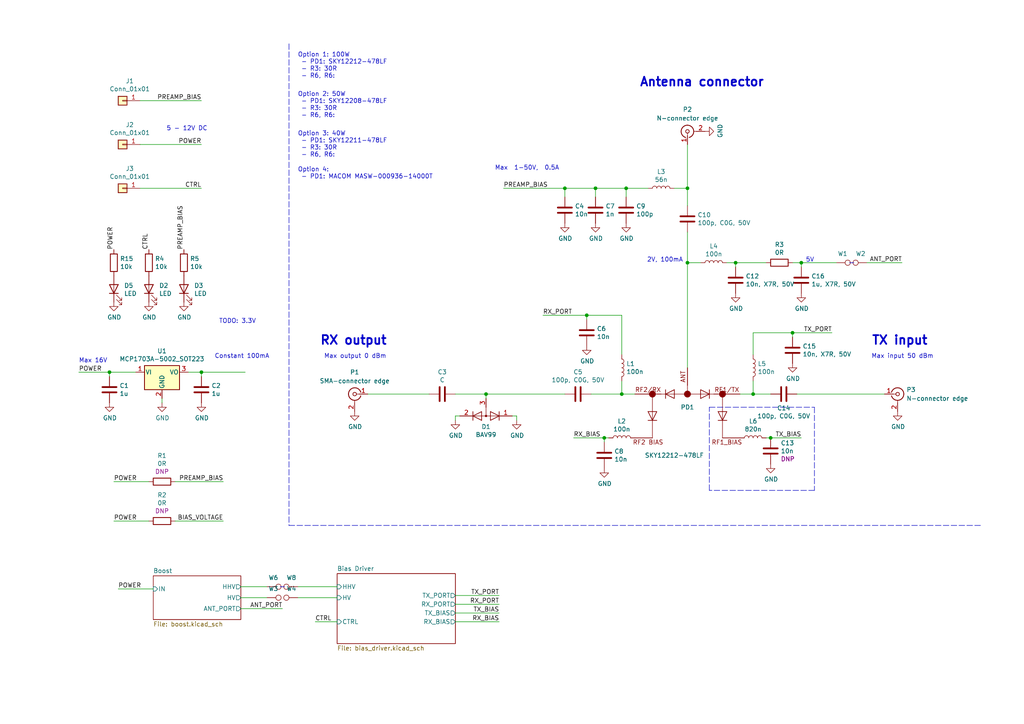
<source format=kicad_sch>
(kicad_sch (version 20211123) (generator eeschema)

  (uuid 24f7628d-681d-4f0e-8409-40a129e929d9)

  (paper "A4")

  (title_block
    (title "PIN Switcher")
    (date "2022-05-03")
    (rev "v1")
    (company "petrinm")
  )

  (lib_symbols
    (symbol "Connector_Generic:Conn_01x01" (pin_names (offset 1.016) hide) (in_bom yes) (on_board yes)
      (property "Reference" "J" (id 0) (at 0 2.54 0)
        (effects (font (size 1.27 1.27)))
      )
      (property "Value" "Conn_01x01" (id 1) (at 0 -2.54 0)
        (effects (font (size 1.27 1.27)))
      )
      (property "Footprint" "" (id 2) (at 0 0 0)
        (effects (font (size 1.27 1.27)) hide)
      )
      (property "Datasheet" "~" (id 3) (at 0 0 0)
        (effects (font (size 1.27 1.27)) hide)
      )
      (property "ki_keywords" "connector" (id 4) (at 0 0 0)
        (effects (font (size 1.27 1.27)) hide)
      )
      (property "ki_description" "Generic connector, single row, 01x01, script generated (kicad-library-utils/schlib/autogen/connector/)" (id 5) (at 0 0 0)
        (effects (font (size 1.27 1.27)) hide)
      )
      (property "ki_fp_filters" "Connector*:*_1x??_*" (id 6) (at 0 0 0)
        (effects (font (size 1.27 1.27)) hide)
      )
      (symbol "Conn_01x01_1_1"
        (rectangle (start -1.27 0.127) (end 0 -0.127)
          (stroke (width 0.1524) (type default) (color 0 0 0 0))
          (fill (type none))
        )
        (rectangle (start -1.27 1.27) (end 1.27 -1.27)
          (stroke (width 0.254) (type default) (color 0 0 0 0))
          (fill (type background))
        )
        (pin passive line (at -5.08 0 0) (length 3.81)
          (name "Pin_1" (effects (font (size 1.27 1.27))))
          (number "1" (effects (font (size 1.27 1.27))))
        )
      )
    )
    (symbol "Connector_Specialized:Conn_Coaxial" (pin_names (offset 1.016) hide) (in_bom yes) (on_board yes)
      (property "Reference" "J" (id 0) (at 0.254 3.048 0)
        (effects (font (size 1.27 1.27)))
      )
      (property "Value" "Connector_Specialized_Conn_Coaxial" (id 1) (at 2.921 0 90)
        (effects (font (size 1.27 1.27)))
      )
      (property "Footprint" "" (id 2) (at 0 0 0)
        (effects (font (size 1.27 1.27)) hide)
      )
      (property "Datasheet" "" (id 3) (at 0 0 0)
        (effects (font (size 1.27 1.27)) hide)
      )
      (property "ki_fp_filters" "*BNC* *SMA* *SMB* *SMC* *Cinch*" (id 4) (at 0 0 0)
        (effects (font (size 1.27 1.27)) hide)
      )
      (symbol "Conn_Coaxial_0_1"
        (arc (start -1.778 -0.508) (mid 0.222 -1.808) (end 1.778 0)
          (stroke (width 0.254) (type default) (color 0 0 0 0))
          (fill (type none))
        )
        (polyline
          (pts
            (xy -1.27 0)
            (xy -0.508 0)
          )
          (stroke (width 0) (type default) (color 0 0 0 0))
          (fill (type none))
        )
        (polyline
          (pts
            (xy 0 -2.54)
            (xy 0 -1.778)
          )
          (stroke (width 0) (type default) (color 0 0 0 0))
          (fill (type none))
        )
        (circle (center 0 0) (radius 0.508)
          (stroke (width 0.2032) (type default) (color 0 0 0 0))
          (fill (type none))
        )
        (arc (start 1.778 0) (mid 0.2221 1.8083) (end -1.778 0.508)
          (stroke (width 0.254) (type default) (color 0 0 0 0))
          (fill (type none))
        )
      )
      (symbol "Conn_Coaxial_1_1"
        (pin passive line (at -3.81 0 0) (length 2.54)
          (name "In" (effects (font (size 1.27 1.27))))
          (number "1" (effects (font (size 1.27 1.27))))
        )
        (pin passive line (at 0 -5.08 90) (length 2.54)
          (name "Ext" (effects (font (size 1.27 1.27))))
          (number "2" (effects (font (size 1.27 1.27))))
        )
      )
    )
    (symbol "Connector_Specialized:Test_Point" (pin_numbers hide) (pin_names (offset 0.762) hide) (in_bom yes) (on_board yes)
      (property "Reference" "TP" (id 0) (at 0 6.858 0)
        (effects (font (size 1.27 1.27)))
      )
      (property "Value" "Connector_Specialized_Test_Point" (id 1) (at 0 5.08 0)
        (effects (font (size 1.27 1.27)))
      )
      (property "Footprint" "" (id 2) (at 5.08 0 0)
        (effects (font (size 1.27 1.27)) hide)
      )
      (property "Datasheet" "" (id 3) (at 5.08 0 0)
        (effects (font (size 1.27 1.27)) hide)
      )
      (property "ki_fp_filters" "Pin* Test*" (id 4) (at 0 0 0)
        (effects (font (size 1.27 1.27)) hide)
      )
      (symbol "Test_Point_0_1"
        (circle (center 0 3.302) (radius 0.762)
          (stroke (width 0) (type default) (color 0 0 0 0))
          (fill (type none))
        )
      )
      (symbol "Test_Point_1_1"
        (pin passive line (at 0 0 90) (length 2.54)
          (name "1" (effects (font (size 1.27 1.27))))
          (number "1" (effects (font (size 1.27 1.27))))
        )
      )
    )
    (symbol "Device:C" (pin_numbers hide) (pin_names (offset 0.254)) (in_bom yes) (on_board yes)
      (property "Reference" "C" (id 0) (at 0.635 2.54 0)
        (effects (font (size 1.27 1.27)) (justify left))
      )
      (property "Value" "C" (id 1) (at 0.635 -2.54 0)
        (effects (font (size 1.27 1.27)) (justify left))
      )
      (property "Footprint" "" (id 2) (at 0.9652 -3.81 0)
        (effects (font (size 1.27 1.27)) hide)
      )
      (property "Datasheet" "~" (id 3) (at 0 0 0)
        (effects (font (size 1.27 1.27)) hide)
      )
      (property "ki_keywords" "cap capacitor" (id 4) (at 0 0 0)
        (effects (font (size 1.27 1.27)) hide)
      )
      (property "ki_description" "Unpolarized capacitor" (id 5) (at 0 0 0)
        (effects (font (size 1.27 1.27)) hide)
      )
      (property "ki_fp_filters" "C_*" (id 6) (at 0 0 0)
        (effects (font (size 1.27 1.27)) hide)
      )
      (symbol "C_0_1"
        (polyline
          (pts
            (xy -2.032 -0.762)
            (xy 2.032 -0.762)
          )
          (stroke (width 0.508) (type default) (color 0 0 0 0))
          (fill (type none))
        )
        (polyline
          (pts
            (xy -2.032 0.762)
            (xy 2.032 0.762)
          )
          (stroke (width 0.508) (type default) (color 0 0 0 0))
          (fill (type none))
        )
      )
      (symbol "C_1_1"
        (pin passive line (at 0 3.81 270) (length 2.794)
          (name "~" (effects (font (size 1.27 1.27))))
          (number "1" (effects (font (size 1.27 1.27))))
        )
        (pin passive line (at 0 -3.81 90) (length 2.794)
          (name "~" (effects (font (size 1.27 1.27))))
          (number "2" (effects (font (size 1.27 1.27))))
        )
      )
    )
    (symbol "Device:D_x2_ACom_KKA" (pin_names (offset 0.762) hide) (in_bom yes) (on_board yes)
      (property "Reference" "D" (id 0) (at 1.27 -2.54 0)
        (effects (font (size 1.27 1.27)))
      )
      (property "Value" "Device_D_x2_ACom_KKA" (id 1) (at 0 2.54 0)
        (effects (font (size 1.27 1.27)))
      )
      (property "Footprint" "" (id 2) (at 0 0 0)
        (effects (font (size 1.27 1.27)) hide)
      )
      (property "Datasheet" "" (id 3) (at 0 0 0)
        (effects (font (size 1.27 1.27)) hide)
      )
      (symbol "D_x2_ACom_KKA_0_1"
        (polyline
          (pts
            (xy -3.81 0)
            (xy 3.81 0)
          )
          (stroke (width 0) (type default) (color 0 0 0 0))
          (fill (type none))
        )
        (polyline
          (pts
            (xy 0 0)
            (xy 0 -2.54)
          )
          (stroke (width 0) (type default) (color 0 0 0 0))
          (fill (type none))
        )
        (polyline
          (pts
            (xy -3.81 1.27)
            (xy -3.81 -1.27)
            (xy -3.81 -1.27)
          )
          (stroke (width 0.2032) (type default) (color 0 0 0 0))
          (fill (type none))
        )
        (polyline
          (pts
            (xy 3.81 1.27)
            (xy 3.81 -1.27)
            (xy 3.81 -1.27)
          )
          (stroke (width 0.2032) (type default) (color 0 0 0 0))
          (fill (type none))
        )
        (polyline
          (pts
            (xy -1.27 -1.27)
            (xy -3.81 0)
            (xy -1.27 1.27)
            (xy -1.27 -1.27)
            (xy -1.27 -1.27)
            (xy -1.27 -1.27)
          )
          (stroke (width 0.2032) (type default) (color 0 0 0 0))
          (fill (type none))
        )
        (polyline
          (pts
            (xy 1.27 1.27)
            (xy 3.81 0)
            (xy 1.27 -1.27)
            (xy 1.27 1.27)
            (xy 1.27 1.27)
            (xy 1.27 1.27)
          )
          (stroke (width 0.2032) (type default) (color 0 0 0 0))
          (fill (type none))
        )
        (circle (center 0 0) (radius 0.254)
          (stroke (width 0) (type default) (color 0 0 0 0))
          (fill (type outline))
        )
        (pin passive line (at -7.62 0 0) (length 3.81)
          (name "K" (effects (font (size 1.27 1.27))))
          (number "1" (effects (font (size 1.27 1.27))))
        )
        (pin passive line (at 7.62 0 180) (length 3.81)
          (name "K" (effects (font (size 1.27 1.27))))
          (number "2" (effects (font (size 1.27 1.27))))
        )
        (pin passive line (at 0 -5.08 90) (length 2.54)
          (name "A" (effects (font (size 1.27 1.27))))
          (number "3" (effects (font (size 1.27 1.27))))
        )
      )
    )
    (symbol "Device:L" (pin_numbers hide) (pin_names (offset 1.016) hide) (in_bom yes) (on_board yes)
      (property "Reference" "L" (id 0) (at -1.27 0 90)
        (effects (font (size 1.27 1.27)))
      )
      (property "Value" "L" (id 1) (at 1.905 0 90)
        (effects (font (size 1.27 1.27)))
      )
      (property "Footprint" "" (id 2) (at 0 0 0)
        (effects (font (size 1.27 1.27)) hide)
      )
      (property "Datasheet" "~" (id 3) (at 0 0 0)
        (effects (font (size 1.27 1.27)) hide)
      )
      (property "ki_keywords" "inductor choke coil reactor magnetic" (id 4) (at 0 0 0)
        (effects (font (size 1.27 1.27)) hide)
      )
      (property "ki_description" "Inductor" (id 5) (at 0 0 0)
        (effects (font (size 1.27 1.27)) hide)
      )
      (property "ki_fp_filters" "Choke_* *Coil* Inductor_* L_*" (id 6) (at 0 0 0)
        (effects (font (size 1.27 1.27)) hide)
      )
      (symbol "L_0_1"
        (arc (start 0 -2.54) (mid 0.635 -1.905) (end 0 -1.27)
          (stroke (width 0) (type default) (color 0 0 0 0))
          (fill (type none))
        )
        (arc (start 0 -1.27) (mid 0.635 -0.635) (end 0 0)
          (stroke (width 0) (type default) (color 0 0 0 0))
          (fill (type none))
        )
        (arc (start 0 0) (mid 0.635 0.635) (end 0 1.27)
          (stroke (width 0) (type default) (color 0 0 0 0))
          (fill (type none))
        )
        (arc (start 0 1.27) (mid 0.635 1.905) (end 0 2.54)
          (stroke (width 0) (type default) (color 0 0 0 0))
          (fill (type none))
        )
      )
      (symbol "L_1_1"
        (pin passive line (at 0 3.81 270) (length 1.27)
          (name "1" (effects (font (size 1.27 1.27))))
          (number "1" (effects (font (size 1.27 1.27))))
        )
        (pin passive line (at 0 -3.81 90) (length 1.27)
          (name "2" (effects (font (size 1.27 1.27))))
          (number "2" (effects (font (size 1.27 1.27))))
        )
      )
    )
    (symbol "Device:LED" (pin_numbers hide) (pin_names (offset 1.016) hide) (in_bom yes) (on_board yes)
      (property "Reference" "D" (id 0) (at 0 2.54 0)
        (effects (font (size 1.27 1.27)))
      )
      (property "Value" "LED" (id 1) (at 0 -2.54 0)
        (effects (font (size 1.27 1.27)))
      )
      (property "Footprint" "" (id 2) (at 0 0 0)
        (effects (font (size 1.27 1.27)) hide)
      )
      (property "Datasheet" "~" (id 3) (at 0 0 0)
        (effects (font (size 1.27 1.27)) hide)
      )
      (property "ki_keywords" "LED diode" (id 4) (at 0 0 0)
        (effects (font (size 1.27 1.27)) hide)
      )
      (property "ki_description" "Light emitting diode" (id 5) (at 0 0 0)
        (effects (font (size 1.27 1.27)) hide)
      )
      (property "ki_fp_filters" "LED* LED_SMD:* LED_THT:*" (id 6) (at 0 0 0)
        (effects (font (size 1.27 1.27)) hide)
      )
      (symbol "LED_0_1"
        (polyline
          (pts
            (xy -1.27 -1.27)
            (xy -1.27 1.27)
          )
          (stroke (width 0.254) (type default) (color 0 0 0 0))
          (fill (type none))
        )
        (polyline
          (pts
            (xy -1.27 0)
            (xy 1.27 0)
          )
          (stroke (width 0) (type default) (color 0 0 0 0))
          (fill (type none))
        )
        (polyline
          (pts
            (xy 1.27 -1.27)
            (xy 1.27 1.27)
            (xy -1.27 0)
            (xy 1.27 -1.27)
          )
          (stroke (width 0.254) (type default) (color 0 0 0 0))
          (fill (type none))
        )
        (polyline
          (pts
            (xy -3.048 -0.762)
            (xy -4.572 -2.286)
            (xy -3.81 -2.286)
            (xy -4.572 -2.286)
            (xy -4.572 -1.524)
          )
          (stroke (width 0) (type default) (color 0 0 0 0))
          (fill (type none))
        )
        (polyline
          (pts
            (xy -1.778 -0.762)
            (xy -3.302 -2.286)
            (xy -2.54 -2.286)
            (xy -3.302 -2.286)
            (xy -3.302 -1.524)
          )
          (stroke (width 0) (type default) (color 0 0 0 0))
          (fill (type none))
        )
      )
      (symbol "LED_1_1"
        (pin passive line (at -3.81 0 0) (length 2.54)
          (name "K" (effects (font (size 1.27 1.27))))
          (number "1" (effects (font (size 1.27 1.27))))
        )
        (pin passive line (at 3.81 0 180) (length 2.54)
          (name "A" (effects (font (size 1.27 1.27))))
          (number "2" (effects (font (size 1.27 1.27))))
        )
      )
    )
    (symbol "Device:R" (pin_numbers hide) (pin_names (offset 0)) (in_bom yes) (on_board yes)
      (property "Reference" "R" (id 0) (at 2.032 0 90)
        (effects (font (size 1.27 1.27)))
      )
      (property "Value" "R" (id 1) (at 0 0 90)
        (effects (font (size 1.27 1.27)))
      )
      (property "Footprint" "" (id 2) (at -1.778 0 90)
        (effects (font (size 1.27 1.27)) hide)
      )
      (property "Datasheet" "~" (id 3) (at 0 0 0)
        (effects (font (size 1.27 1.27)) hide)
      )
      (property "ki_keywords" "R res resistor" (id 4) (at 0 0 0)
        (effects (font (size 1.27 1.27)) hide)
      )
      (property "ki_description" "Resistor" (id 5) (at 0 0 0)
        (effects (font (size 1.27 1.27)) hide)
      )
      (property "ki_fp_filters" "R_*" (id 6) (at 0 0 0)
        (effects (font (size 1.27 1.27)) hide)
      )
      (symbol "R_0_1"
        (rectangle (start -1.016 -2.54) (end 1.016 2.54)
          (stroke (width 0.254) (type default) (color 0 0 0 0))
          (fill (type none))
        )
      )
      (symbol "R_1_1"
        (pin passive line (at 0 3.81 270) (length 1.27)
          (name "~" (effects (font (size 1.27 1.27))))
          (number "1" (effects (font (size 1.27 1.27))))
        )
        (pin passive line (at 0 -3.81 90) (length 1.27)
          (name "~" (effects (font (size 1.27 1.27))))
          (number "2" (effects (font (size 1.27 1.27))))
        )
      )
    )
    (symbol "PIN_Switcher:SKY12212-478LF" (pin_numbers hide) (pin_names (offset 1.016) hide) (in_bom yes) (on_board yes)
      (property "Reference" "PD" (id 0) (at 0 20.32 0)
        (effects (font (size 1.27 1.27)))
      )
      (property "Value" "SKY12212-478LF" (id 1) (at 0 17.78 0)
        (effects (font (size 1.27 1.27)))
      )
      (property "Footprint" "Package_DFN_QFN:QFN-16-1EP_4x4mm_P0.65mm_EP2.15x2.15mm_ThermalVias" (id 2) (at 0 15.24 0)
        (effects (font (size 1.27 1.27)) hide)
      )
      (property "Datasheet" "https://www.skyworksinc.com/-/media/SkyWorks/Documents/Products/1701-1800/SKY12212_478LF_202368E.pdf" (id 3) (at -1.27 0 0)
        (effects (font (size 1.27 1.27)) hide)
      )
      (property "ki_description" "0.05 to 2.70 GHz, 100 W High Power Silicon PIN Diode SPDT Switch" (id 4) (at 0 0 0)
        (effects (font (size 1.27 1.27)) hide)
      )
      (symbol "SKY12212-478LF_0_0"
        (polyline
          (pts
            (xy -10.16 -7.62)
            (xy -10.16 -12.7)
          )
          (stroke (width 0.1524) (type default) (color 0 0 0 0))
          (fill (type none))
        )
        (polyline
          (pts
            (xy -10.16 -5.08)
            (xy -10.16 0)
          )
          (stroke (width 0.1524) (type default) (color 0 0 0 0))
          (fill (type none))
        )
        (polyline
          (pts
            (xy 10.16 -7.62)
            (xy 10.16 -12.7)
          )
          (stroke (width 0.1524) (type default) (color 0 0 0 0))
          (fill (type none))
        )
        (polyline
          (pts
            (xy 10.16 -5.08)
            (xy 10.16 0)
          )
          (stroke (width 0.1524) (type default) (color 0 0 0 0))
          (fill (type none))
        )
        (text "ANT" (at -1.27 5.08 900)
          (effects (font (size 1.27 1.27)))
        )
        (text "RF1/TX" (at 11.43 1.27 0)
          (effects (font (size 1.27 1.27)))
        )
        (text "RF1_BIAS" (at 11.43 -13.97 0)
          (effects (font (size 1.27 1.27)))
        )
        (text "RF2 BIAS" (at -11.43 -13.97 0)
          (effects (font (size 1.27 1.27)))
        )
        (text "RF2/RX" (at -11.43 1.27 0)
          (effects (font (size 1.27 1.27)))
        )
      )
      (symbol "SKY12212-478LF_0_1"
        (circle (center 0 0) (radius 0.0001)
          (stroke (width 0.9906) (type default) (color 0 0 0 0))
          (fill (type none))
        )
        (polyline
          (pts
            (xy -7.62 0)
            (xy -10.16 0)
          )
          (stroke (width 0) (type default) (color 0 0 0 0))
          (fill (type none))
        )
        (polyline
          (pts
            (xy -6.35 0)
            (xy -8.89 0)
          )
          (stroke (width 0) (type default) (color 0 0 0 0))
          (fill (type none))
        )
        (polyline
          (pts
            (xy -3.81 0)
            (xy 3.81 0)
          )
          (stroke (width 0) (type default) (color 0 0 0 0))
          (fill (type none))
        )
        (polyline
          (pts
            (xy 0 0)
            (xy 0 2.54)
          )
          (stroke (width 0) (type default) (color 0 0 0 0))
          (fill (type none))
        )
        (polyline
          (pts
            (xy 3.81 7.62)
            (xy 3.81 7.62)
          )
          (stroke (width 0) (type default) (color 0 0 0 0))
          (fill (type none))
        )
        (polyline
          (pts
            (xy 6.35 0)
            (xy 8.89 0)
          )
          (stroke (width 0) (type default) (color 0 0 0 0))
          (fill (type none))
        )
        (circle (center 10.16 0) (radius 0.0001)
          (stroke (width 0.9906) (type default) (color 0 0 0 0))
          (fill (type none))
        )
      )
      (symbol "SKY12212-478LF_1_1"
        (circle (center -10.16 0) (radius 0.0001)
          (stroke (width 0.9906) (type default) (color 0 0 0 0))
          (fill (type none))
        )
        (polyline
          (pts
            (xy -11.43 -7.62)
            (xy -8.89 -7.62)
          )
          (stroke (width 0.2032) (type default) (color 0 0 0 0))
          (fill (type none))
        )
        (polyline
          (pts
            (xy -10.16 -5.08)
            (xy -10.16 -7.62)
          )
          (stroke (width 0) (type default) (color 0 0 0 0))
          (fill (type none))
        )
        (polyline
          (pts
            (xy -6.35 1.27)
            (xy -6.35 -1.27)
          )
          (stroke (width 0.2032) (type default) (color 0 0 0 0))
          (fill (type none))
        )
        (polyline
          (pts
            (xy -3.81 0)
            (xy -6.35 0)
          )
          (stroke (width 0) (type default) (color 0 0 0 0))
          (fill (type none))
        )
        (polyline
          (pts
            (xy 3.81 0)
            (xy 6.35 0)
          )
          (stroke (width 0) (type default) (color 0 0 0 0))
          (fill (type none))
        )
        (polyline
          (pts
            (xy 6.35 -1.27)
            (xy 6.35 1.27)
          )
          (stroke (width 0.2032) (type default) (color 0 0 0 0))
          (fill (type none))
        )
        (polyline
          (pts
            (xy 7.62 0)
            (xy 10.16 0)
          )
          (stroke (width 0) (type default) (color 0 0 0 0))
          (fill (type none))
        )
        (polyline
          (pts
            (xy 8.89 -7.62)
            (xy 11.43 -7.62)
          )
          (stroke (width 0.2032) (type default) (color 0 0 0 0))
          (fill (type none))
        )
        (polyline
          (pts
            (xy 10.16 -5.08)
            (xy 10.16 -7.62)
          )
          (stroke (width 0) (type default) (color 0 0 0 0))
          (fill (type none))
        )
        (polyline
          (pts
            (xy -11.43 -5.08)
            (xy -8.89 -5.08)
            (xy -10.16 -7.62)
            (xy -11.43 -5.08)
          )
          (stroke (width 0.2032) (type default) (color 0 0 0 0))
          (fill (type none))
        )
        (polyline
          (pts
            (xy -3.81 1.27)
            (xy -3.81 -1.27)
            (xy -6.35 0)
            (xy -3.81 1.27)
          )
          (stroke (width 0.2032) (type default) (color 0 0 0 0))
          (fill (type none))
        )
        (polyline
          (pts
            (xy 3.81 -1.27)
            (xy 3.81 1.27)
            (xy 6.35 0)
            (xy 3.81 -1.27)
          )
          (stroke (width 0.2032) (type default) (color 0 0 0 0))
          (fill (type none))
        )
        (polyline
          (pts
            (xy 8.89 -5.08)
            (xy 11.43 -5.08)
            (xy 10.16 -7.62)
            (xy 8.89 -5.08)
          )
          (stroke (width 0.2032) (type default) (color 0 0 0 0))
          (fill (type none))
        )
        (pin power_in line (at 0 -12.7 90) (length 5.08) hide
          (name "GND" (effects (font (size 1.27 1.27))))
          (number "1" (effects (font (size 1.27 1.27))))
        )
        (pin no_connect line (at 0 -12.7 90) (length 5.08) hide
          (name "NC" (effects (font (size 1.27 1.27))))
          (number "10" (effects (font (size 1.27 1.27))))
        )
        (pin passive line (at 15.24 -12.7 180) (length 5.08)
          (name "BIAS2" (effects (font (size 1.27 1.27))))
          (number "11" (effects (font (size 1.27 1.27))))
        )
        (pin no_connect line (at 0 -12.7 90) (length 5.08) hide
          (name "NC" (effects (font (size 1.27 1.27))))
          (number "12" (effects (font (size 1.27 1.27))))
        )
        (pin power_in line (at 0 -12.7 90) (length 5.08) hide
          (name "GND" (effects (font (size 1.27 1.27))))
          (number "13" (effects (font (size 1.27 1.27))))
        )
        (pin passive line (at 15.24 0 180) (length 5.08)
          (name "TX" (effects (font (size 1.27 1.27))))
          (number "14" (effects (font (size 1.27 1.27))))
        )
        (pin power_in line (at 0 -12.7 90) (length 5.08) hide
          (name "GND" (effects (font (size 1.27 1.27))))
          (number "15" (effects (font (size 1.27 1.27))))
        )
        (pin no_connect line (at 0 -12.7 90) (length 5.08) hide
          (name "NC" (effects (font (size 1.27 1.27))))
          (number "16" (effects (font (size 1.27 1.27))))
        )
        (pin power_in line (at 0 -12.7 90) (length 5.08) hide
          (name "GND" (effects (font (size 1.27 1.27))))
          (number "17" (effects (font (size 1.27 1.27))))
        )
        (pin passive line (at 0 7.62 270) (length 5.08)
          (name "ANT" (effects (font (size 1.27 1.27))))
          (number "2" (effects (font (size 1.27 1.27))))
        )
        (pin power_in line (at 0 -12.7 90) (length 5.08) hide
          (name "GND" (effects (font (size 1.27 1.27))))
          (number "3" (effects (font (size 1.27 1.27))))
        )
        (pin no_connect line (at 0 -12.7 90) (length 5.08) hide
          (name "NC" (effects (font (size 1.27 1.27))))
          (number "4" (effects (font (size 1.27 1.27))))
        )
        (pin no_connect line (at 0 -12.7 90) (length 5.08) hide
          (name "NC" (effects (font (size 1.27 1.27))))
          (number "5" (effects (font (size 1.27 1.27))))
        )
        (pin power_in line (at 0 -12.7 90) (length 5.08) hide
          (name "GND" (effects (font (size 1.27 1.27))))
          (number "6" (effects (font (size 1.27 1.27))))
        )
        (pin passive line (at -15.24 0 0) (length 5.08)
          (name "RX" (effects (font (size 1.27 1.27))))
          (number "7" (effects (font (size 1.27 1.27))))
        )
        (pin power_in line (at 0 -12.7 90) (length 5.08) hide
          (name "GND" (effects (font (size 1.27 1.27))))
          (number "8" (effects (font (size 1.27 1.27))))
        )
        (pin passive line (at -15.24 -12.7 0) (length 5.08)
          (name "RX_BIAS" (effects (font (size 1.27 1.27))))
          (number "9" (effects (font (size 1.27 1.27))))
        )
      )
    )
    (symbol "Regulator_Linear:MCP1703A-5002_SOT223" (pin_names (offset 0.254)) (in_bom yes) (on_board yes)
      (property "Reference" "U" (id 0) (at -3.81 3.175 0)
        (effects (font (size 1.27 1.27)))
      )
      (property "Value" "MCP1703A-5002_SOT223" (id 1) (at 0 3.175 0)
        (effects (font (size 1.27 1.27)) (justify left))
      )
      (property "Footprint" "Package_TO_SOT_SMD:SOT-223-3_TabPin2" (id 2) (at 0 5.08 0)
        (effects (font (size 1.27 1.27)) hide)
      )
      (property "Datasheet" "http://ww1.microchip.com/downloads/en/DeviceDoc/20005122B.pdf" (id 3) (at 0 -1.27 0)
        (effects (font (size 1.27 1.27)) hide)
      )
      (property "ki_keywords" "REGULATOR LDO" (id 4) (at 0 0 0)
        (effects (font (size 1.27 1.27)) hide)
      )
      (property "ki_description" "Low Quiescent Current LDO Regulator, 5.0V, 250mA, Vin<=16V, SOT-223" (id 5) (at 0 0 0)
        (effects (font (size 1.27 1.27)) hide)
      )
      (property "ki_fp_filters" "SOT?223*TabPin2*" (id 6) (at 0 0 0)
        (effects (font (size 1.27 1.27)) hide)
      )
      (symbol "MCP1703A-5002_SOT223_0_1"
        (rectangle (start -5.08 -5.08) (end 5.08 1.905)
          (stroke (width 0.254) (type default) (color 0 0 0 0))
          (fill (type background))
        )
      )
      (symbol "MCP1703A-5002_SOT223_1_1"
        (pin power_in line (at -7.62 0 0) (length 2.54)
          (name "VI" (effects (font (size 1.27 1.27))))
          (number "1" (effects (font (size 1.27 1.27))))
        )
        (pin power_in line (at 0 -7.62 90) (length 2.54)
          (name "GND" (effects (font (size 1.27 1.27))))
          (number "2" (effects (font (size 1.27 1.27))))
        )
        (pin power_out line (at 7.62 0 180) (length 2.54)
          (name "VO" (effects (font (size 1.27 1.27))))
          (number "3" (effects (font (size 1.27 1.27))))
        )
      )
    )
    (symbol "power:GND" (power) (pin_names (offset 0)) (in_bom yes) (on_board yes)
      (property "Reference" "#PWR" (id 0) (at 0 -6.35 0)
        (effects (font (size 1.27 1.27)) hide)
      )
      (property "Value" "GND" (id 1) (at 0 -3.81 0)
        (effects (font (size 1.27 1.27)))
      )
      (property "Footprint" "" (id 2) (at 0 0 0)
        (effects (font (size 1.27 1.27)) hide)
      )
      (property "Datasheet" "" (id 3) (at 0 0 0)
        (effects (font (size 1.27 1.27)) hide)
      )
      (property "ki_keywords" "power-flag" (id 4) (at 0 0 0)
        (effects (font (size 1.27 1.27)) hide)
      )
      (property "ki_description" "Power symbol creates a global label with name \"GND\" , ground" (id 5) (at 0 0 0)
        (effects (font (size 1.27 1.27)) hide)
      )
      (symbol "GND_0_1"
        (polyline
          (pts
            (xy 0 0)
            (xy 0 -1.27)
            (xy 1.27 -1.27)
            (xy 0 -2.54)
            (xy -1.27 -1.27)
            (xy 0 -1.27)
          )
          (stroke (width 0) (type default) (color 0 0 0 0))
          (fill (type none))
        )
      )
      (symbol "GND_1_1"
        (pin power_in line (at 0 0 270) (length 0) hide
          (name "GND" (effects (font (size 1.27 1.27))))
          (number "1" (effects (font (size 1.27 1.27))))
        )
      )
    )
  )

  (junction (at 232.41 76.2) (diameter 0) (color 0 0 0 0)
    (uuid 00e38d63-5436-49db-81f5-697421f168fc)
  )
  (junction (at 199.39 54.61) (diameter 0) (color 0 0 0 0)
    (uuid 0e1ed1c5-7428-4dc7-b76e-49b2d5f8177d)
  )
  (junction (at 172.72 54.61) (diameter 0) (color 0 0 0 0)
    (uuid 0f324b67-75ef-407f-8dbc-3c1fc5c2abba)
  )
  (junction (at 175.26 127) (diameter 0) (color 0 0 0 0)
    (uuid 2dc272bd-3aa2-45b5-889d-1d3c8aac80f8)
  )
  (junction (at 213.36 76.2) (diameter 0) (color 0 0 0 0)
    (uuid 34d03349-6d78-4165-a683-2d8b76f2bae8)
  )
  (junction (at 218.44 114.3) (diameter 0) (color 0 0 0 0)
    (uuid 67763d19-f622-4e1e-81e5-5b24da7c3f99)
  )
  (junction (at 181.61 54.61) (diameter 0) (color 0 0 0 0)
    (uuid 700e8b73-5976-423f-a3f3-ab3d9f3e9760)
  )
  (junction (at 199.39 76.2) (diameter 0) (color 0 0 0 0)
    (uuid 9bac9ad3-a7b9-47f0-87c7-d8630653df68)
  )
  (junction (at 180.34 114.3) (diameter 0) (color 0 0 0 0)
    (uuid a13ab237-8f8d-4e16-8c47-4440653b8534)
  )
  (junction (at 140.97 114.3) (diameter 0) (color 0 0 0 0)
    (uuid a24ddb4f-c217-42ca-b6cb-d12da84fb2b9)
  )
  (junction (at 31.75 107.95) (diameter 0) (color 0 0 0 0)
    (uuid a8b4bc7e-da32-4fb8-b71a-d7b47c6f741f)
  )
  (junction (at 229.87 96.52) (diameter 0) (color 0 0 0 0)
    (uuid c49d23ab-146d-4089-864f-2d22b5b414b9)
  )
  (junction (at 223.52 127) (diameter 0) (color 0 0 0 0)
    (uuid e17e6c0e-7e5b-43f0-ad48-0a2760b45b04)
  )
  (junction (at 163.83 54.61) (diameter 0) (color 0 0 0 0)
    (uuid e7bb7815-0d52-4bb8-b29a-8cf960bd2905)
  )
  (junction (at 58.42 107.95) (diameter 0) (color 0 0 0 0)
    (uuid ec5c2062-3a41-4636-8803-069e60a1641a)
  )
  (junction (at 170.18 91.44) (diameter 0) (color 0 0 0 0)
    (uuid f8fc38ec-0b98-40bc-ae2f-e5cc29973bca)
  )

  (wire (pts (xy 218.44 114.3) (xy 218.44 110.49))
    (stroke (width 0) (type default) (color 0 0 0 0))
    (uuid 097edb1b-8998-4e70-b670-bba125982348)
  )
  (wire (pts (xy 180.34 114.3) (xy 184.15 114.3))
    (stroke (width 0) (type default) (color 0 0 0 0))
    (uuid 099096e4-8c2a-4d84-a16f-06b4b6330e7a)
  )
  (wire (pts (xy 31.75 107.95) (xy 39.37 107.95))
    (stroke (width 0) (type default) (color 0 0 0 0))
    (uuid 0fd35a3e-b394-4aae-875a-fac843f9cbb7)
  )
  (wire (pts (xy 223.52 127) (xy 222.25 127))
    (stroke (width 0) (type default) (color 0 0 0 0))
    (uuid 1171ce37-6ad7-4662-bb68-5592c945ebf3)
  )
  (wire (pts (xy 203.2 76.2) (xy 199.39 76.2))
    (stroke (width 0) (type default) (color 0 0 0 0))
    (uuid 14c51520-6d91-4098-a59a-5121f2a898f7)
  )
  (wire (pts (xy 232.41 77.47) (xy 232.41 76.2))
    (stroke (width 0) (type default) (color 0 0 0 0))
    (uuid 155b0b7c-70b4-4a26-a550-bac13cab0aa4)
  )
  (wire (pts (xy 166.37 127) (xy 175.26 127))
    (stroke (width 0) (type default) (color 0 0 0 0))
    (uuid 182b2d54-931d-49d6-9f39-60a752623e36)
  )
  (wire (pts (xy 69.85 173.355) (xy 77.47 173.355))
    (stroke (width 0) (type default) (color 0 0 0 0))
    (uuid 19449204-a268-4da2-8500-ae490abf95e4)
  )
  (wire (pts (xy 172.72 54.61) (xy 181.61 54.61))
    (stroke (width 0) (type default) (color 0 0 0 0))
    (uuid 1c68b844-c861-46b7-b734-0242168a4220)
  )
  (wire (pts (xy 181.61 57.15) (xy 181.61 54.61))
    (stroke (width 0) (type default) (color 0 0 0 0))
    (uuid 1f8b2c0c-b042-4e2e-80f6-4959a27b238f)
  )
  (wire (pts (xy 213.36 77.47) (xy 213.36 76.2))
    (stroke (width 0) (type default) (color 0 0 0 0))
    (uuid 1fa508ef-df83-4c99-846b-9acf535b3ad9)
  )
  (polyline (pts (xy 205.74 142.24) (xy 205.74 118.11))
    (stroke (width 0) (type default) (color 0 0 0 0))
    (uuid 1fbb0219-551e-409b-a61b-76e8cebdfb9d)
  )
  (polyline (pts (xy 83.82 152.4) (xy 284.48 152.4))
    (stroke (width 0) (type default) (color 0 0 0 0))
    (uuid 20cca02e-4c4d-4961-b6b4-b40a1731b220)
  )

  (wire (pts (xy 132.08 114.3) (xy 140.97 114.3))
    (stroke (width 0) (type default) (color 0 0 0 0))
    (uuid 25e5aa8e-2696-44a3-8d3c-c2c53f2923cf)
  )
  (wire (pts (xy 64.77 151.13) (xy 50.8 151.13))
    (stroke (width 0) (type default) (color 0 0 0 0))
    (uuid 27d56953-c620-4d5b-9c1c-e48bc3d9684a)
  )
  (wire (pts (xy 124.46 114.3) (xy 106.68 114.3))
    (stroke (width 0) (type default) (color 0 0 0 0))
    (uuid 2846428d-39de-4eae-8ce2-64955d56c493)
  )
  (wire (pts (xy 231.14 114.3) (xy 256.54 114.3))
    (stroke (width 0) (type default) (color 0 0 0 0))
    (uuid 2891767f-251c-48c4-91c0-deb1b368f45c)
  )
  (wire (pts (xy 34.29 170.815) (xy 44.45 170.815))
    (stroke (width 0) (type default) (color 0 0 0 0))
    (uuid 29e058a7-50a3-43e5-81c3-bfee53da08be)
  )
  (wire (pts (xy 86.36 173.355) (xy 97.79 173.355))
    (stroke (width 0) (type default) (color 0 0 0 0))
    (uuid 2c571e0b-188d-4161-9efe-6c9673079f2c)
  )
  (wire (pts (xy 229.87 97.79) (xy 229.87 96.52))
    (stroke (width 0) (type default) (color 0 0 0 0))
    (uuid 34cdc1c9-c9e2-44c4-9677-c1c7d7efd83d)
  )
  (wire (pts (xy 58.42 41.91) (xy 40.64 41.91))
    (stroke (width 0) (type default) (color 0 0 0 0))
    (uuid 35a9f71f-ba35-47f6-814e-4106ac36c51e)
  )
  (wire (pts (xy 232.41 76.2) (xy 242.57 76.2))
    (stroke (width 0) (type default) (color 0 0 0 0))
    (uuid 399fc36a-ed5d-44b5-82f7-c6f83d9acc14)
  )
  (wire (pts (xy 213.36 76.2) (xy 222.25 76.2))
    (stroke (width 0) (type default) (color 0 0 0 0))
    (uuid 411d4270-c66c-4318-b7fb-1470d34862b8)
  )
  (wire (pts (xy 31.75 109.22) (xy 31.75 107.95))
    (stroke (width 0) (type default) (color 0 0 0 0))
    (uuid 4185c36c-c66e-4dbd-be5d-841e551f4885)
  )
  (wire (pts (xy 69.85 170.18) (xy 77.47 170.18))
    (stroke (width 0) (type default) (color 0 0 0 0))
    (uuid 42df1dd3-fa19-4e02-993b-f841154ceb63)
  )
  (wire (pts (xy 86.36 170.18) (xy 97.79 170.18))
    (stroke (width 0) (type default) (color 0 0 0 0))
    (uuid 42e53cd8-5bf7-4e5d-8f53-4c954e03eb9e)
  )
  (wire (pts (xy 232.41 127) (xy 223.52 127))
    (stroke (width 0) (type default) (color 0 0 0 0))
    (uuid 43707e99-bdd7-4b02-9974-540ed6c2b0aa)
  )
  (wire (pts (xy 214.63 114.3) (xy 218.44 114.3))
    (stroke (width 0) (type default) (color 0 0 0 0))
    (uuid 477311b9-8f81-40c8-9c55-fd87e287247a)
  )
  (wire (pts (xy 195.58 54.61) (xy 199.39 54.61))
    (stroke (width 0) (type default) (color 0 0 0 0))
    (uuid 4a850cb6-bb24-4274-a902-e49f34f0a0e3)
  )
  (wire (pts (xy 163.83 54.61) (xy 172.72 54.61))
    (stroke (width 0) (type default) (color 0 0 0 0))
    (uuid 4b03e854-02fe-44cc-bece-f8268b7cae54)
  )
  (polyline (pts (xy 81.28 170.18) (xy 82.55 170.18))
    (stroke (width 0) (type default) (color 0 0 0 0))
    (uuid 4b6f2bc5-cd6b-4541-b52a-00d84ee616f2)
  )

  (wire (pts (xy 175.26 128.27) (xy 175.26 127))
    (stroke (width 0) (type default) (color 0 0 0 0))
    (uuid 5114c7bf-b955-49f3-a0a8-4b954c81bde0)
  )
  (wire (pts (xy 144.78 180.34) (xy 132.08 180.34))
    (stroke (width 0) (type default) (color 0 0 0 0))
    (uuid 57c0c267-8bf9-4cc7-b734-d71a239ac313)
  )
  (wire (pts (xy 69.85 176.53) (xy 81.915 176.53))
    (stroke (width 0) (type default) (color 0 0 0 0))
    (uuid 59da8295-d991-4fff-9858-a046da4bc57d)
  )
  (wire (pts (xy 58.42 109.22) (xy 58.42 107.95))
    (stroke (width 0) (type default) (color 0 0 0 0))
    (uuid 5edcefbe-9766-42c8-9529-28d0ec865573)
  )
  (wire (pts (xy 133.35 120.65) (xy 132.08 120.65))
    (stroke (width 0) (type default) (color 0 0 0 0))
    (uuid 609b9e1b-4e3b-42b7-ac76-a62ec4d0e7c7)
  )
  (wire (pts (xy 171.45 114.3) (xy 180.34 114.3))
    (stroke (width 0) (type default) (color 0 0 0 0))
    (uuid 6284122b-79c3-4e04-925e-3d32cc3ec077)
  )
  (wire (pts (xy 157.48 91.44) (xy 170.18 91.44))
    (stroke (width 0) (type default) (color 0 0 0 0))
    (uuid 65134029-dbd2-409a-85a8-13c2a33ff019)
  )
  (wire (pts (xy 180.34 91.44) (xy 180.34 102.87))
    (stroke (width 0) (type default) (color 0 0 0 0))
    (uuid 699feae1-8cdd-4d2b-947f-f24849c73cdb)
  )
  (wire (pts (xy 140.97 114.3) (xy 163.83 114.3))
    (stroke (width 0) (type default) (color 0 0 0 0))
    (uuid 6bf05d19-ba3e-4ba6-8a6f-4e0bc45ea3b2)
  )
  (wire (pts (xy 175.26 127) (xy 176.53 127))
    (stroke (width 0) (type default) (color 0 0 0 0))
    (uuid 6c2d26bc-6eca-436c-8025-79f817bf57d6)
  )
  (wire (pts (xy 33.02 151.13) (xy 43.18 151.13))
    (stroke (width 0) (type default) (color 0 0 0 0))
    (uuid 6fd4442e-30b3-428b-9306-61418a63d311)
  )
  (wire (pts (xy 149.86 121.92) (xy 149.86 120.65))
    (stroke (width 0) (type default) (color 0 0 0 0))
    (uuid 70fb572d-d5ec-41e7-9482-63d4578b4f47)
  )
  (polyline (pts (xy 236.22 118.11) (xy 236.22 142.24))
    (stroke (width 0) (type default) (color 0 0 0 0))
    (uuid 79770cd5-32d7-429a-8248-0d9e6212231a)
  )

  (wire (pts (xy 146.05 54.61) (xy 163.83 54.61))
    (stroke (width 0) (type default) (color 0 0 0 0))
    (uuid 79e31048-072a-4a40-a625-26bb0b5f046b)
  )
  (wire (pts (xy 149.86 120.65) (xy 148.59 120.65))
    (stroke (width 0) (type default) (color 0 0 0 0))
    (uuid 7afa54c4-2181-41d3-81f7-39efc497ecae)
  )
  (wire (pts (xy 144.78 175.26) (xy 132.08 175.26))
    (stroke (width 0) (type default) (color 0 0 0 0))
    (uuid 7cee474b-af8f-4832-b07a-c43c1ab0b464)
  )
  (wire (pts (xy 163.83 57.15) (xy 163.83 54.61))
    (stroke (width 0) (type default) (color 0 0 0 0))
    (uuid 8195a7cf-4576-44dd-9e0e-ee048fdb93dd)
  )
  (wire (pts (xy 58.42 107.95) (xy 54.61 107.95))
    (stroke (width 0) (type default) (color 0 0 0 0))
    (uuid 81a15393-727e-448b-a777-b18773023d89)
  )
  (wire (pts (xy 132.08 177.8) (xy 144.78 177.8))
    (stroke (width 0) (type default) (color 0 0 0 0))
    (uuid 853ee787-6e2c-4f32-bc75-6c17337dd3d5)
  )
  (polyline (pts (xy 236.22 142.24) (xy 205.74 142.24))
    (stroke (width 0) (type default) (color 0 0 0 0))
    (uuid 99332785-d9f1-4363-9377-26ddc18e6d2c)
  )

  (wire (pts (xy 218.44 114.3) (xy 223.52 114.3))
    (stroke (width 0) (type default) (color 0 0 0 0))
    (uuid 994b6220-4755-4d84-91b3-6122ac1c2c5e)
  )
  (wire (pts (xy 132.08 172.72) (xy 144.78 172.72))
    (stroke (width 0) (type default) (color 0 0 0 0))
    (uuid 9cb12cc8-7f1a-4a01-9256-c119f11a8a02)
  )
  (wire (pts (xy 33.02 139.7) (xy 43.18 139.7))
    (stroke (width 0) (type default) (color 0 0 0 0))
    (uuid a6b7df29-bcf8-46a9-b623-7eaac47f5110)
  )
  (wire (pts (xy 58.42 29.21) (xy 40.64 29.21))
    (stroke (width 0) (type default) (color 0 0 0 0))
    (uuid a8447faf-e0a0-4c4a-ae53-4d4b28669151)
  )
  (wire (pts (xy 199.39 59.69) (xy 199.39 54.61))
    (stroke (width 0) (type default) (color 0 0 0 0))
    (uuid aa2ea573-3f20-43c1-aa99-1f9c6031a9aa)
  )
  (wire (pts (xy 199.39 76.2) (xy 199.39 106.68))
    (stroke (width 0) (type default) (color 0 0 0 0))
    (uuid af347946-e3da-4427-87ab-77b747929f50)
  )
  (wire (pts (xy 181.61 54.61) (xy 187.96 54.61))
    (stroke (width 0) (type default) (color 0 0 0 0))
    (uuid b4300db7-1220-431a-b7c3-2edbdf8fa6fc)
  )
  (wire (pts (xy 46.99 116.84) (xy 46.99 115.57))
    (stroke (width 0) (type default) (color 0 0 0 0))
    (uuid b4833916-7a3e-4498-86fb-ec6d13262ffe)
  )
  (wire (pts (xy 218.44 96.52) (xy 218.44 102.87))
    (stroke (width 0) (type default) (color 0 0 0 0))
    (uuid b6cd701f-4223-4e72-a305-466869ccb250)
  )
  (wire (pts (xy 140.97 114.3) (xy 140.97 115.57))
    (stroke (width 0) (type default) (color 0 0 0 0))
    (uuid b7867831-ef82-4f33-a926-59e5c1c09b91)
  )
  (wire (pts (xy 213.36 76.2) (xy 210.82 76.2))
    (stroke (width 0) (type default) (color 0 0 0 0))
    (uuid bb4b1afc-c46e-451d-8dad-36b7dec82f26)
  )
  (wire (pts (xy 91.44 180.34) (xy 97.79 180.34))
    (stroke (width 0) (type default) (color 0 0 0 0))
    (uuid be645d0f-8568-47a0-a152-e3ddd33563eb)
  )
  (wire (pts (xy 229.87 96.52) (xy 241.3 96.52))
    (stroke (width 0) (type default) (color 0 0 0 0))
    (uuid c7af8405-da2e-4a34-b9b8-518f342f8995)
  )
  (wire (pts (xy 58.42 54.61) (xy 40.64 54.61))
    (stroke (width 0) (type default) (color 0 0 0 0))
    (uuid c9667181-b3c7-4b01-b8b4-baa29a9aea63)
  )
  (wire (pts (xy 180.34 114.3) (xy 180.34 110.49))
    (stroke (width 0) (type default) (color 0 0 0 0))
    (uuid ca5a4651-0d1d-441b-b17d-01518ef3b656)
  )
  (wire (pts (xy 71.12 107.95) (xy 58.42 107.95))
    (stroke (width 0) (type default) (color 0 0 0 0))
    (uuid cb16d05e-318b-4e51-867b-70d791d75bea)
  )
  (polyline (pts (xy 83.82 12.7) (xy 83.82 152.4))
    (stroke (width 0) (type default) (color 0 0 0 0))
    (uuid cb614b23-9af3-4aec-bed8-c1374e001510)
  )

  (wire (pts (xy 22.86 107.95) (xy 31.75 107.95))
    (stroke (width 0) (type default) (color 0 0 0 0))
    (uuid cc48dd41-7768-48d3-b096-2c4cc2126c9d)
  )
  (wire (pts (xy 172.72 57.15) (xy 172.72 54.61))
    (stroke (width 0) (type default) (color 0 0 0 0))
    (uuid d2d7bea6-0c22-495f-8666-323b30e03150)
  )
  (wire (pts (xy 199.39 67.31) (xy 199.39 76.2))
    (stroke (width 0) (type default) (color 0 0 0 0))
    (uuid d88958ac-68cd-4955-a63f-0eaa329dec86)
  )
  (wire (pts (xy 218.44 96.52) (xy 229.87 96.52))
    (stroke (width 0) (type default) (color 0 0 0 0))
    (uuid da25bf79-0abb-4fac-a221-ca5c574dfc29)
  )
  (wire (pts (xy 64.77 139.7) (xy 50.8 139.7))
    (stroke (width 0) (type default) (color 0 0 0 0))
    (uuid e1535036-5d36-405f-bb86-3819621c4f23)
  )
  (polyline (pts (xy 205.74 118.11) (xy 236.22 118.11))
    (stroke (width 0) (type default) (color 0 0 0 0))
    (uuid e4e20505-1208-4100-a4aa-676f50844c06)
  )

  (wire (pts (xy 132.08 120.65) (xy 132.08 121.92))
    (stroke (width 0) (type default) (color 0 0 0 0))
    (uuid e54e5e19-1deb-49a9-8629-617db8e434c0)
  )
  (wire (pts (xy 170.18 91.44) (xy 180.34 91.44))
    (stroke (width 0) (type default) (color 0 0 0 0))
    (uuid e5864fe6-2a71-47f0-90ce-38c3f8901580)
  )
  (wire (pts (xy 251.46 76.2) (xy 261.62 76.2))
    (stroke (width 0) (type default) (color 0 0 0 0))
    (uuid f1a9fb80-4cc4-410f-9616-e19c969dcab5)
  )
  (wire (pts (xy 199.39 54.61) (xy 199.39 41.91))
    (stroke (width 0) (type default) (color 0 0 0 0))
    (uuid f40d350f-0d3e-4f8a-b004-d950f2f8f1ba)
  )
  (wire (pts (xy 232.41 76.2) (xy 229.87 76.2))
    (stroke (width 0) (type default) (color 0 0 0 0))
    (uuid fbe8ebfc-2a8e-4eb8-85c5-38ddeaa5dd00)
  )
  (polyline (pts (xy 246.38 76.2) (xy 247.65 76.2))
    (stroke (width 0) (type default) (color 0 0 0 0))
    (uuid fea7c5d1-76d6-41a0-b5e3-29889dbb8ce0)
  )

  (wire (pts (xy 170.18 92.71) (xy 170.18 91.44))
    (stroke (width 0) (type default) (color 0 0 0 0))
    (uuid fef37e8b-0ff0-4da2-8a57-acaf19551d1a)
  )

  (text "2V, 100mA" (at 198.12 76.2 180)
    (effects (font (size 1.27 1.27)) (justify right bottom))
    (uuid 0520f61d-4522-4301-a3fa-8ed0bf060f69)
  )
  (text "5 - 12V DC" (at 48.26 38.1 0)
    (effects (font (size 1.27 1.27)) (justify left bottom))
    (uuid 0e8f7fc0-2ef2-4b90-9c15-8a3a601ee459)
  )
  (text "Max output 0 dBm" (at 93.98 104.14 0)
    (effects (font (size 1.27 1.27)) (justify left bottom))
    (uuid 5487601b-81d3-4c70-8f3d-cf9df9c63302)
  )
  (text "RX output" (at 92.71 100.33 0)
    (effects (font (size 2.54 2.54) (thickness 0.508) bold) (justify left bottom))
    (uuid 597a11f2-5d2c-4a65-ac95-38ad106e1367)
  )
  (text "TODO: 3.3V\n" (at 63.5 93.98 0)
    (effects (font (size 1.27 1.27)) (justify left bottom))
    (uuid 668666df-4ebb-4b14-8510-48444214d2d0)
  )
  (text "Constant 100mA" (at 62.23 104.14 0)
    (effects (font (size 1.27 1.27)) (justify left bottom))
    (uuid 7bfba61b-6752-4a45-9ee6-5984dcb15041)
  )
  (text "Option 1: 100W\n - PD1: SKY12212-478LF\n - R3: 30R\n - R6, R6: "
    (at 86.36 22.86 0)
    (effects (font (size 1.27 1.27)) (justify left bottom))
    (uuid 9031bb33-c6aa-4758-bf5c-3274ed3ebab7)
  )
  (text "TX input" (at 252.73 100.33 0)
    (effects (font (size 2.54 2.54) (thickness 0.508) bold) (justify left bottom))
    (uuid 926001fd-2747-4639-8c0f-4fc46ff7218d)
  )
  (text "Option 3: 40W\n - PD1: SKY12211-478LF\n - R3: 30R\n - R6, R6: "
    (at 86.36 45.72 0)
    (effects (font (size 1.27 1.27)) (justify left bottom))
    (uuid 9aedbb9e-8340-4899-b813-05b23382a36b)
  )
  (text "Max input 50 dBm" (at 252.73 104.14 0)
    (effects (font (size 1.27 1.27)) (justify left bottom))
    (uuid a29f8df0-3fae-4edf-8d9c-bd5a875b13e3)
  )
  (text "Max 16V" (at 22.86 105.41 0)
    (effects (font (size 1.27 1.27)) (justify left bottom))
    (uuid c088f712-1abe-4cac-9a8b-d564931395aa)
  )
  (text "5V" (at 233.68 76.2 0)
    (effects (font (size 1.27 1.27)) (justify left bottom))
    (uuid c8b92953-cd23-44e6-85ce-083fb8c3f20f)
  )
  (text "Antenna connector" (at 185.42 25.4 0)
    (effects (font (size 2.54 2.54) (thickness 0.508) bold) (justify left bottom))
    (uuid e3fc1e69-a11c-4c84-8952-fefb9372474e)
  )
  (text "Max  1-50V,  0.5A" (at 143.51 49.53 0)
    (effects (font (size 1.27 1.27)) (justify left bottom))
    (uuid e5203297-b913-4288-a576-12a92185cb52)
  )
  (text "Option 4: \n - PD1: MACOM MASW-000936-14000T" (at 86.36 52.07 0)
    (effects (font (size 1.27 1.27)) (justify left bottom))
    (uuid ea6fde00-59dc-4a79-a647-7e38199fae0e)
  )
  (text "Option 2: 50W\n - PD1: SKY12208-478LF\n - R3: 30R\n - R6, R6: "
    (at 86.36 34.29 0)
    (effects (font (size 1.27 1.27)) (justify left bottom))
    (uuid fa918b6d-f6cf-4471-be3b-4ff713f55a2e)
  )

  (label "PREAMP_BIAS" (at 53.34 72.39 90)
    (effects (font (size 1.27 1.27)) (justify left bottom))
    (uuid 0401549e-a1d2-4c8f-a842-ebd18f24293c)
  )
  (label "TX_PORT" (at 144.78 172.72 180)
    (effects (font (size 1.27 1.27)) (justify right bottom))
    (uuid 14769dc5-8525-4984-8b15-a734ee247efa)
  )
  (label "RX_PORT" (at 144.78 175.26 180)
    (effects (font (size 1.27 1.27)) (justify right bottom))
    (uuid 19c56563-5fe3-442a-885b-418dbc2421eb)
  )
  (label "TX_BIAS" (at 144.78 177.8 180)
    (effects (font (size 1.27 1.27)) (justify right bottom))
    (uuid 21ae9c3a-7138-444e-be38-56a4842ab594)
  )
  (label "PREAMP_BIAS" (at 146.05 54.61 0)
    (effects (font (size 1.27 1.27)) (justify left bottom))
    (uuid 240e5dac-6242-47a5-bbef-f76d11c715c0)
  )
  (label "ANT_PORT" (at 261.62 76.2 180)
    (effects (font (size 1.27 1.27)) (justify right bottom))
    (uuid 2d67a417-188f-4014-9282-000265d80009)
  )
  (label "BIAS_VOLTAGE" (at 64.77 151.13 180)
    (effects (font (size 1.27 1.27)) (justify right bottom))
    (uuid 382ca670-6ae8-4de6-90f9-f241d1337171)
  )
  (label "POWER" (at 34.29 170.815 0)
    (effects (font (size 1.27 1.27)) (justify left bottom))
    (uuid 3fd54105-4b7e-4004-9801-76ec66108a22)
  )
  (label "POWER" (at 22.86 107.95 0)
    (effects (font (size 1.27 1.27)) (justify left bottom))
    (uuid 4632212f-13ce-4392-bc68-ccb9ba333770)
  )
  (label "POWER" (at 58.42 41.91 180)
    (effects (font (size 1.27 1.27)) (justify right bottom))
    (uuid 5b34a16c-5a14-4291-8242-ea6d6ac54372)
  )
  (label "POWER" (at 33.02 72.39 90)
    (effects (font (size 1.27 1.27)) (justify left bottom))
    (uuid 5d9921f1-08b3-4cc9-8cf7-e9a72ca2fdb7)
  )
  (label "PREAMP_BIAS" (at 58.42 29.21 180)
    (effects (font (size 1.27 1.27)) (justify right bottom))
    (uuid 7f2301df-e4bc-479e-a681-cc59c9a2dbbb)
  )
  (label "PREAMP_BIAS" (at 64.77 139.7 180)
    (effects (font (size 1.27 1.27)) (justify right bottom))
    (uuid 82be7aae-5d06-4178-8c3e-98760c41b054)
  )
  (label "TX_PORT" (at 241.3 96.52 180)
    (effects (font (size 1.27 1.27)) (justify right bottom))
    (uuid 84e5506c-143e-495f-9aa4-d3a71622f213)
  )
  (label "POWER" (at 33.02 151.13 0)
    (effects (font (size 1.27 1.27)) (justify left bottom))
    (uuid 8d0c1d66-35ef-4a53-a28f-436a11b54f42)
  )
  (label "RX_PORT" (at 157.48 91.44 0)
    (effects (font (size 1.27 1.27)) (justify left bottom))
    (uuid 98c78427-acd5-4f90-9ad6-9f61c4809aec)
  )
  (label "ANT_PORT" (at 81.915 176.53 180)
    (effects (font (size 1.27 1.27)) (justify right bottom))
    (uuid b3e93415-aac5-4939-ae29-d303070d4919)
  )
  (label "RX_BIAS" (at 144.78 180.34 180)
    (effects (font (size 1.27 1.27)) (justify right bottom))
    (uuid c7e7067c-5f5e-48d8-ab59-df26f9b35863)
  )
  (label "TX_BIAS" (at 232.41 127 180)
    (effects (font (size 1.27 1.27)) (justify right bottom))
    (uuid d4c9471f-7503-4339-928c-d1abae1eede6)
  )
  (label "CTRL" (at 58.42 54.61 180)
    (effects (font (size 1.27 1.27)) (justify right bottom))
    (uuid d5b800ca-1ab6-4b66-b5f7-2dda5658b504)
  )
  (label "POWER" (at 33.02 139.7 0)
    (effects (font (size 1.27 1.27)) (justify left bottom))
    (uuid d9c6d5d2-0b49-49ba-a970-cd2c32f74c54)
  )
  (label "CTRL" (at 91.44 180.34 0)
    (effects (font (size 1.27 1.27)) (justify left bottom))
    (uuid ebd06df3-d52b-4cff-99a2-a771df6d3733)
  )
  (label "CTRL" (at 43.18 72.39 90)
    (effects (font (size 1.27 1.27)) (justify left bottom))
    (uuid f1f38b7c-014d-4e35-b587-1e164672b9a9)
  )
  (label "RX_BIAS" (at 166.37 127 0)
    (effects (font (size 1.27 1.27)) (justify left bottom))
    (uuid f202141e-c20d-4cac-b016-06a44f2ecce8)
  )

  (symbol (lib_id "Connector_Specialized:Conn_Coaxial") (at 102.87 114.3 0) (mirror y) (unit 1)
    (in_bom yes) (on_board yes)
    (uuid 00000000-0000-0000-0000-00005fec0a1e)
    (property "Reference" "P1" (id 0) (at 102.87 107.95 0))
    (property "Value" "SMA-connector edge" (id 1) (at 102.87 110.49 0))
    (property "Footprint" "Connector_Coaxial:SMA_Samtec_SMA-J-P-H-ST-EM1_EdgeMount" (id 2) (at 102.87 114.3 0)
      (effects (font (size 1.27 1.27)) hide)
    )
    (property "Datasheet" "" (id 3) (at 102.87 114.3 0)
      (effects (font (size 1.27 1.27)) hide)
    )
    (pin "1" (uuid 5716d9a3-4ae5-456f-9565-a6087d1cd06c))
    (pin "2" (uuid 1a2bc6c4-799e-4765-a15b-3afbd6a27d2d))
  )

  (symbol (lib_id "Connector_Specialized:Conn_Coaxial") (at 199.39 38.1 90) (unit 1)
    (in_bom yes) (on_board yes)
    (uuid 00000000-0000-0000-0000-00005fec0f2c)
    (property "Reference" "P2" (id 0) (at 199.39 31.75 90))
    (property "Value" "N-connector edge" (id 1) (at 199.39 34.29 90))
    (property "Footprint" "Connector_Coaxial:SMA_Samtec_SMA-J-P-H-ST-EM1_EdgeMount" (id 2) (at 199.39 38.1 0)
      (effects (font (size 1.27 1.27)) hide)
    )
    (property "Datasheet" "" (id 3) (at 199.39 38.1 0)
      (effects (font (size 1.27 1.27)) hide)
    )
    (pin "1" (uuid b4a5a32c-ff69-4e18-b96b-e3271df0a32b))
    (pin "2" (uuid f72e25ff-895e-4ddf-8ac6-071b6249bd03))
  )

  (symbol (lib_id "Connector_Specialized:Conn_Coaxial") (at 260.35 114.3 0) (unit 1)
    (in_bom yes) (on_board yes)
    (uuid 00000000-0000-0000-0000-00005fec13ce)
    (property "Reference" "P3" (id 0) (at 262.89 113.03 0)
      (effects (font (size 1.27 1.27)) (justify left))
    )
    (property "Value" "N-connector edge" (id 1) (at 262.89 115.57 0)
      (effects (font (size 1.27 1.27)) (justify left))
    )
    (property "Footprint" "Connector_Coaxial:SMA_Samtec_SMA-J-P-H-ST-EM1_EdgeMount" (id 2) (at 260.35 114.3 0)
      (effects (font (size 1.27 1.27)) hide)
    )
    (property "Datasheet" "" (id 3) (at 260.35 114.3 0)
      (effects (font (size 1.27 1.27)) hide)
    )
    (pin "1" (uuid dcb191ad-3081-4810-9eca-42bef55cb23a))
    (pin "2" (uuid a2f34271-4dfe-4eb8-823e-e43aec37bc0a))
  )

  (symbol (lib_id "power:GND") (at 204.47 38.1 90) (unit 1)
    (in_bom yes) (on_board yes)
    (uuid 00000000-0000-0000-0000-00005fec8717)
    (property "Reference" "#PWR012" (id 0) (at 210.82 38.1 0)
      (effects (font (size 1.27 1.27)) hide)
    )
    (property "Value" "GND" (id 1) (at 208.8642 37.973 0))
    (property "Footprint" "" (id 2) (at 204.47 38.1 0)
      (effects (font (size 1.27 1.27)) hide)
    )
    (property "Datasheet" "" (id 3) (at 204.47 38.1 0)
      (effects (font (size 1.27 1.27)) hide)
    )
    (pin "1" (uuid 6d69f23d-ac02-43b2-aaf5-8a8334700724))
  )

  (symbol (lib_id "power:GND") (at 102.87 119.38 0) (unit 1)
    (in_bom yes) (on_board yes)
    (uuid 00000000-0000-0000-0000-00005fec8ddb)
    (property "Reference" "#PWR04" (id 0) (at 102.87 125.73 0)
      (effects (font (size 1.27 1.27)) hide)
    )
    (property "Value" "GND" (id 1) (at 102.997 123.7742 0))
    (property "Footprint" "" (id 2) (at 102.87 119.38 0)
      (effects (font (size 1.27 1.27)) hide)
    )
    (property "Datasheet" "" (id 3) (at 102.87 119.38 0)
      (effects (font (size 1.27 1.27)) hide)
    )
    (pin "1" (uuid e4100f83-7891-444e-91f7-c5eff1224bf4))
  )

  (symbol (lib_id "PIN_Switcher:SKY12212-478LF") (at 199.39 114.3 0) (unit 1)
    (in_bom yes) (on_board yes)
    (uuid 00000000-0000-0000-0000-00005feecfab)
    (property "Reference" "PD1" (id 0) (at 199.39 118.11 0))
    (property "Value" "SKY12212-478LF" (id 1) (at 195.58 132.08 0))
    (property "Footprint" "Package_DFN_QFN:QFN-16-1EP_4x4mm_P0.65mm_EP2.15x2.15mm_ThermalVias" (id 2) (at 199.39 99.06 0)
      (effects (font (size 1.27 1.27)) hide)
    )
    (property "Datasheet" "https://www.skyworksinc.com/-/media/SkyWorks/Documents/Products/1701-1800/SKY12212_478LF_202368E.pdf" (id 3) (at 198.12 114.3 0)
      (effects (font (size 1.27 1.27)) hide)
    )
    (pin "1" (uuid 7ba45c5b-8a20-4bb9-957b-a1d3049ea302))
    (pin "10" (uuid 2ca01c33-e841-4b2a-9b0d-ae7494e57d9e))
    (pin "11" (uuid 101c9541-312a-443a-8575-709412b36c04))
    (pin "12" (uuid a4f29c51-f059-4b37-a64b-e683dabbc22a))
    (pin "13" (uuid dff07a8d-7720-4d4c-883a-6b41a79d5450))
    (pin "14" (uuid a1c862af-5376-4455-b667-34037095e650))
    (pin "15" (uuid 8cb5c8f7-8f62-4fa7-83b5-34c4143840c5))
    (pin "16" (uuid 16d82530-61e1-4817-a075-0259e2cbf3e9))
    (pin "17" (uuid 1de2aee6-6f24-4a3c-89ab-0967397b053c))
    (pin "2" (uuid a370bc8f-5f78-41da-b276-7ef582f5a7d6))
    (pin "3" (uuid 7231eba6-8d1c-48d6-9a30-2d7d8718a3a7))
    (pin "4" (uuid 33cf20bd-72ee-4d80-9830-1b84a4024537))
    (pin "5" (uuid cb5c7de6-c027-4f9f-b47b-7f9cea14adb5))
    (pin "6" (uuid c3932873-9f13-4769-86d0-c0d609f8f063))
    (pin "7" (uuid b4872754-9a1a-429b-8560-9aee600ec26f))
    (pin "8" (uuid 8c9c2f71-2b7f-4070-8d97-a1f034d62ec9))
    (pin "9" (uuid a7989416-d678-4a1d-9b1e-9a2ef54994ed))
  )

  (symbol (lib_id "Device:C") (at 227.33 114.3 270) (unit 1)
    (in_bom yes) (on_board yes)
    (uuid 00000000-0000-0000-0000-00005feef039)
    (property "Reference" "C14" (id 0) (at 227.33 118.364 90))
    (property "Value" "100p, C0G, 50V" (id 1) (at 227.33 120.6754 90))
    (property "Footprint" "Capacitor_SMD:C_0805_2012Metric" (id 2) (at 223.52 115.2652 0)
      (effects (font (size 1.27 1.27)) hide)
    )
    (property "Datasheet" "~" (id 3) (at 227.33 114.3 0)
      (effects (font (size 1.27 1.27)) hide)
    )
    (pin "1" (uuid 726a70ea-0d96-4e18-b23d-dd4760ad9077))
    (pin "2" (uuid becf7fd5-db0a-4011-bf2c-af62757a7ad0))
  )

  (symbol (lib_id "Device:C") (at 167.64 114.3 270) (unit 1)
    (in_bom yes) (on_board yes)
    (uuid 00000000-0000-0000-0000-00005feef4d5)
    (property "Reference" "C5" (id 0) (at 167.64 107.8992 90))
    (property "Value" "100p, C0G, 50V" (id 1) (at 167.64 110.2106 90))
    (property "Footprint" "Capacitor_SMD:C_0805_2012Metric" (id 2) (at 163.83 115.2652 0)
      (effects (font (size 1.27 1.27)) hide)
    )
    (property "Datasheet" "~" (id 3) (at 167.64 114.3 0)
      (effects (font (size 1.27 1.27)) hide)
    )
    (pin "1" (uuid b2358700-89cb-49a4-9ab8-8b7c334c26ca))
    (pin "2" (uuid dcfc683b-d99f-4dcf-a37c-5f287812217c))
  )

  (symbol (lib_id "Device:L") (at 207.01 76.2 90) (unit 1)
    (in_bom yes) (on_board yes)
    (uuid 00000000-0000-0000-0000-00005feefff3)
    (property "Reference" "L4" (id 0) (at 207.01 71.374 90))
    (property "Value" "100n" (id 1) (at 207.01 73.6854 90))
    (property "Footprint" "Inductor_SMD:L_0805_2012Metric" (id 2) (at 207.01 76.2 0)
      (effects (font (size 1.27 1.27)) hide)
    )
    (property "Datasheet" "~" (id 3) (at 207.01 76.2 0)
      (effects (font (size 1.27 1.27)) hide)
    )
    (pin "1" (uuid 828b0f7a-4c14-4882-821e-0349d211fa73))
    (pin "2" (uuid f7be9af7-bb99-4228-85e3-4c43efc472cc))
  )

  (symbol (lib_id "Device:L") (at 218.44 106.68 0) (unit 1)
    (in_bom yes) (on_board yes)
    (uuid 00000000-0000-0000-0000-00005fef0b8e)
    (property "Reference" "L5" (id 0) (at 219.7608 105.5116 0)
      (effects (font (size 1.27 1.27)) (justify left))
    )
    (property "Value" "100n" (id 1) (at 219.7608 107.823 0)
      (effects (font (size 1.27 1.27)) (justify left))
    )
    (property "Footprint" "Inductor_SMD:L_0805_2012Metric" (id 2) (at 218.44 106.68 0)
      (effects (font (size 1.27 1.27)) hide)
    )
    (property "Datasheet" "~" (id 3) (at 218.44 106.68 0)
      (effects (font (size 1.27 1.27)) hide)
    )
    (pin "1" (uuid 95852b0a-fc81-4813-9ccd-fee00883b173))
    (pin "2" (uuid c6723d34-eeb5-4b51-880b-537ef8ad10e5))
  )

  (symbol (lib_id "Device:L") (at 180.34 106.68 0) (unit 1)
    (in_bom yes) (on_board yes)
    (uuid 00000000-0000-0000-0000-00005fef162e)
    (property "Reference" "L1" (id 0) (at 181.6608 105.5116 0)
      (effects (font (size 1.27 1.27)) (justify left))
    )
    (property "Value" "100n" (id 1) (at 181.6608 107.823 0)
      (effects (font (size 1.27 1.27)) (justify left))
    )
    (property "Footprint" "Inductor_SMD:L_0805_2012Metric" (id 2) (at 180.34 106.68 0)
      (effects (font (size 1.27 1.27)) hide)
    )
    (property "Datasheet" "~" (id 3) (at 180.34 106.68 0)
      (effects (font (size 1.27 1.27)) hide)
    )
    (pin "1" (uuid 8ca8aec0-c29c-4dda-8317-fb7f86d4b5d9))
    (pin "2" (uuid c979942a-e12c-49e7-8331-d06ba6e2e2d6))
  )

  (symbol (lib_id "Device:L") (at 180.34 127 90) (unit 1)
    (in_bom yes) (on_board yes)
    (uuid 00000000-0000-0000-0000-00005fef198a)
    (property "Reference" "L2" (id 0) (at 180.34 122.174 90))
    (property "Value" "100n" (id 1) (at 180.34 124.4854 90))
    (property "Footprint" "Inductor_SMD:L_0805_2012Metric" (id 2) (at 180.34 127 0)
      (effects (font (size 1.27 1.27)) hide)
    )
    (property "Datasheet" "~" (id 3) (at 180.34 127 0)
      (effects (font (size 1.27 1.27)) hide)
    )
    (pin "1" (uuid 121bb931-b090-46a1-94b4-8ebff5b2d57f))
    (pin "2" (uuid d82962e7-1463-4afb-8af3-fd241b9e6878))
  )

  (symbol (lib_id "Device:C") (at 175.26 132.08 180) (unit 1)
    (in_bom yes) (on_board yes)
    (uuid 00000000-0000-0000-0000-00005fef2920)
    (property "Reference" "C8" (id 0) (at 178.181 130.9116 0)
      (effects (font (size 1.27 1.27)) (justify right))
    )
    (property "Value" "10n" (id 1) (at 178.181 133.223 0)
      (effects (font (size 1.27 1.27)) (justify right))
    )
    (property "Footprint" "Capacitor_SMD:C_0805_2012Metric" (id 2) (at 174.2948 128.27 0)
      (effects (font (size 1.27 1.27)) hide)
    )
    (property "Datasheet" "~" (id 3) (at 175.26 132.08 0)
      (effects (font (size 1.27 1.27)) hide)
    )
    (pin "1" (uuid bd15ae3d-05c4-40b0-9f15-e63aa44698d7))
    (pin "2" (uuid fbc2305f-5a77-453a-b141-03bc40a041e7))
  )

  (symbol (lib_id "power:GND") (at 260.35 119.38 0) (unit 1)
    (in_bom yes) (on_board yes)
    (uuid 00000000-0000-0000-0000-00005fef5454)
    (property "Reference" "#PWR017" (id 0) (at 260.35 125.73 0)
      (effects (font (size 1.27 1.27)) hide)
    )
    (property "Value" "GND" (id 1) (at 260.477 123.7742 0))
    (property "Footprint" "" (id 2) (at 260.35 119.38 0)
      (effects (font (size 1.27 1.27)) hide)
    )
    (property "Datasheet" "" (id 3) (at 260.35 119.38 0)
      (effects (font (size 1.27 1.27)) hide)
    )
    (pin "1" (uuid 24927c51-2a27-4986-ad26-513b8b84b734))
  )

  (symbol (lib_id "power:GND") (at 175.26 135.89 0) (unit 1)
    (in_bom yes) (on_board yes)
    (uuid 00000000-0000-0000-0000-00005fef591e)
    (property "Reference" "#PWR010" (id 0) (at 175.26 142.24 0)
      (effects (font (size 1.27 1.27)) hide)
    )
    (property "Value" "GND" (id 1) (at 175.387 140.2842 0))
    (property "Footprint" "" (id 2) (at 175.26 135.89 0)
      (effects (font (size 1.27 1.27)) hide)
    )
    (property "Datasheet" "" (id 3) (at 175.26 135.89 0)
      (effects (font (size 1.27 1.27)) hide)
    )
    (pin "1" (uuid 6907c894-fdf7-4510-b5b8-34067ae306df))
  )

  (symbol (lib_id "Device:C") (at 199.39 63.5 0) (unit 1)
    (in_bom yes) (on_board yes)
    (uuid 00000000-0000-0000-0000-00005fef7859)
    (property "Reference" "C10" (id 0) (at 202.311 62.3316 0)
      (effects (font (size 1.27 1.27)) (justify left))
    )
    (property "Value" "100p, C0G, 50V" (id 1) (at 202.311 64.643 0)
      (effects (font (size 1.27 1.27)) (justify left))
    )
    (property "Footprint" "Capacitor_SMD:C_0805_2012Metric" (id 2) (at 200.3552 67.31 0)
      (effects (font (size 1.27 1.27)) hide)
    )
    (property "Datasheet" "~" (id 3) (at 199.39 63.5 0)
      (effects (font (size 1.27 1.27)) hide)
    )
    (pin "1" (uuid 345fa7fa-5734-400b-bf95-4810656a382e))
    (pin "2" (uuid e40b801f-05db-4b70-b7d2-0e71f5cd9bd9))
  )

  (symbol (lib_id "Device:L") (at 191.77 54.61 270) (mirror x) (unit 1)
    (in_bom yes) (on_board yes)
    (uuid 00000000-0000-0000-0000-00005fef82b0)
    (property "Reference" "L3" (id 0) (at 191.77 49.784 90))
    (property "Value" "56n" (id 1) (at 191.77 52.0954 90))
    (property "Footprint" "Inductor_SMD:L_0805_2012Metric" (id 2) (at 191.77 54.61 0)
      (effects (font (size 1.27 1.27)) hide)
    )
    (property "Datasheet" "~" (id 3) (at 191.77 54.61 0)
      (effects (font (size 1.27 1.27)) hide)
    )
    (pin "1" (uuid f42e2316-cf5b-4668-b452-4ae4f06a6f77))
    (pin "2" (uuid 6af437a0-2f6b-4d8c-a126-92177bddb763))
  )

  (symbol (lib_id "Connector_Generic:Conn_01x01") (at 35.56 29.21 180) (unit 1)
    (in_bom yes) (on_board yes)
    (uuid 00000000-0000-0000-0000-00005ff1002d)
    (property "Reference" "J1" (id 0) (at 37.6428 23.495 0))
    (property "Value" "Conn_01x01" (id 1) (at 37.6428 25.8064 0))
    (property "Footprint" "Connector_Wire:SolderWirePad_1x01_Drill1.2mm" (id 2) (at 35.56 29.21 0)
      (effects (font (size 1.27 1.27)) hide)
    )
    (property "Datasheet" "~" (id 3) (at 35.56 29.21 0)
      (effects (font (size 1.27 1.27)) hide)
    )
    (pin "1" (uuid b56461d6-c2c2-494c-986b-e5829b205971))
  )

  (symbol (lib_id "Device:R") (at 226.06 76.2 270) (unit 1)
    (in_bom yes) (on_board yes)
    (uuid 00000000-0000-0000-0000-00005ff131af)
    (property "Reference" "R3" (id 0) (at 226.06 70.9422 90))
    (property "Value" "0R" (id 1) (at 226.06 73.2536 90))
    (property "Footprint" "Resistor_SMD:R_1206_3216Metric" (id 2) (at 226.06 74.422 90)
      (effects (font (size 1.27 1.27)) hide)
    )
    (property "Datasheet" "~" (id 3) (at 226.06 76.2 0)
      (effects (font (size 1.27 1.27)) hide)
    )
    (property "Mouser" "660-SG73P2BTTD30R0F" (id 4) (at 226.06 76.2 90)
      (effects (font (size 1.27 1.27)) hide)
    )
    (pin "1" (uuid 02eacd47-5f75-48bb-aca9-1c2f44304df5))
    (pin "2" (uuid 7c70ac58-f199-446e-9389-54bc7d21369b))
  )

  (symbol (lib_id "Connector_Generic:Conn_01x01") (at 35.56 41.91 180) (unit 1)
    (in_bom yes) (on_board yes)
    (uuid 00000000-0000-0000-0000-00005ff177d1)
    (property "Reference" "J2" (id 0) (at 37.6428 36.195 0))
    (property "Value" "Conn_01x01" (id 1) (at 37.6428 38.5064 0))
    (property "Footprint" "Connector_Wire:SolderWirePad_1x01_Drill1.2mm" (id 2) (at 35.56 41.91 0)
      (effects (font (size 1.27 1.27)) hide)
    )
    (property "Datasheet" "~" (id 3) (at 35.56 41.91 0)
      (effects (font (size 1.27 1.27)) hide)
    )
    (pin "1" (uuid ddff1152-a3d9-4ee0-aac8-7c8bd06f2f7c))
  )

  (symbol (lib_id "Device:R") (at 46.99 139.7 270) (unit 1)
    (in_bom yes) (on_board yes)
    (uuid 00000000-0000-0000-0000-00005ff1aa59)
    (property "Reference" "R1" (id 0) (at 46.99 132.1562 90))
    (property "Value" "0R" (id 1) (at 46.99 134.4676 90))
    (property "Footprint" "Resistor_SMD:R_1206_3216Metric" (id 2) (at 46.99 137.922 90)
      (effects (font (size 1.27 1.27)) hide)
    )
    (property "Datasheet" "~" (id 3) (at 46.99 139.7 0)
      (effects (font (size 1.27 1.27)) hide)
    )
    (property "DNP" "DNP" (id 4) (at 46.99 136.779 90))
    (pin "1" (uuid 59282815-20e7-4935-8745-cab94c653f84))
    (pin "2" (uuid ff3993e3-3406-43ac-93ed-28cf57abcf2c))
  )

  (symbol (lib_id "Device:R") (at 46.99 151.13 270) (unit 1)
    (in_bom yes) (on_board yes)
    (uuid 00000000-0000-0000-0000-00005ff2016c)
    (property "Reference" "R2" (id 0) (at 46.99 143.5862 90))
    (property "Value" "0R" (id 1) (at 46.99 145.8976 90))
    (property "Footprint" "Resistor_SMD:R_1206_3216Metric" (id 2) (at 46.99 149.352 90)
      (effects (font (size 1.27 1.27)) hide)
    )
    (property "Datasheet" "~" (id 3) (at 46.99 151.13 0)
      (effects (font (size 1.27 1.27)) hide)
    )
    (property "DNP" "DNP" (id 4) (at 46.99 148.209 90))
    (pin "1" (uuid 24351546-7b7c-42a3-9bb9-592dc9902bfe))
    (pin "2" (uuid f08d7087-7b93-4a36-a76b-af323402d58d))
  )

  (symbol (lib_id "Connector_Generic:Conn_01x01") (at 35.56 54.61 180) (unit 1)
    (in_bom yes) (on_board yes)
    (uuid 00000000-0000-0000-0000-00005ffa3107)
    (property "Reference" "J3" (id 0) (at 37.6428 48.895 0))
    (property "Value" "Conn_01x01" (id 1) (at 37.6428 51.2064 0))
    (property "Footprint" "Connector_Wire:SolderWirePad_1x01_Drill1.2mm" (id 2) (at 35.56 54.61 0)
      (effects (font (size 1.27 1.27)) hide)
    )
    (property "Datasheet" "~" (id 3) (at 35.56 54.61 0)
      (effects (font (size 1.27 1.27)) hide)
    )
    (pin "1" (uuid 91630542-d331-4e70-83f2-16c001d869c5))
  )

  (symbol (lib_id "power:GND") (at 46.99 116.84 0) (unit 1)
    (in_bom yes) (on_board yes)
    (uuid 00000000-0000-0000-0000-00005ffd5e62)
    (property "Reference" "#PWR02" (id 0) (at 46.99 123.19 0)
      (effects (font (size 1.27 1.27)) hide)
    )
    (property "Value" "GND" (id 1) (at 47.117 121.2342 0))
    (property "Footprint" "" (id 2) (at 46.99 116.84 0)
      (effects (font (size 1.27 1.27)) hide)
    )
    (property "Datasheet" "" (id 3) (at 46.99 116.84 0)
      (effects (font (size 1.27 1.27)) hide)
    )
    (pin "1" (uuid 611fe7a6-a9ea-4b45-b5ac-911a6f29aea0))
  )

  (symbol (lib_id "Device:C") (at 58.42 113.03 0) (unit 1)
    (in_bom yes) (on_board yes)
    (uuid 00000000-0000-0000-0000-00005ffd97e7)
    (property "Reference" "C2" (id 0) (at 61.341 111.8616 0)
      (effects (font (size 1.27 1.27)) (justify left))
    )
    (property "Value" "1u" (id 1) (at 61.341 114.173 0)
      (effects (font (size 1.27 1.27)) (justify left))
    )
    (property "Footprint" "Capacitor_SMD:C_0805_2012Metric" (id 2) (at 59.3852 116.84 0)
      (effects (font (size 1.27 1.27)) hide)
    )
    (property "Datasheet" "~" (id 3) (at 58.42 113.03 0)
      (effects (font (size 1.27 1.27)) hide)
    )
    (pin "1" (uuid 9639605c-eb26-44b5-bd83-4b5abfda70ee))
    (pin "2" (uuid 0acc56b2-06ae-463f-8585-f554732c8061))
  )

  (symbol (lib_id "power:GND") (at 58.42 116.84 0) (unit 1)
    (in_bom yes) (on_board yes)
    (uuid 00000000-0000-0000-0000-00005ffda6aa)
    (property "Reference" "#PWR03" (id 0) (at 58.42 123.19 0)
      (effects (font (size 1.27 1.27)) hide)
    )
    (property "Value" "GND" (id 1) (at 58.547 121.2342 0))
    (property "Footprint" "" (id 2) (at 58.42 116.84 0)
      (effects (font (size 1.27 1.27)) hide)
    )
    (property "Datasheet" "" (id 3) (at 58.42 116.84 0)
      (effects (font (size 1.27 1.27)) hide)
    )
    (pin "1" (uuid c121e9c0-4e32-43f2-99c7-8f81ed7b15d0))
  )

  (symbol (lib_id "Device:C") (at 31.75 113.03 0) (unit 1)
    (in_bom yes) (on_board yes)
    (uuid 00000000-0000-0000-0000-00005ffdbf3b)
    (property "Reference" "C1" (id 0) (at 34.671 111.8616 0)
      (effects (font (size 1.27 1.27)) (justify left))
    )
    (property "Value" "1u" (id 1) (at 34.671 114.173 0)
      (effects (font (size 1.27 1.27)) (justify left))
    )
    (property "Footprint" "Capacitor_SMD:C_0805_2012Metric" (id 2) (at 32.7152 116.84 0)
      (effects (font (size 1.27 1.27)) hide)
    )
    (property "Datasheet" "~" (id 3) (at 31.75 113.03 0)
      (effects (font (size 1.27 1.27)) hide)
    )
    (pin "1" (uuid cc304a26-73d6-480c-a8ca-d384761c2c79))
    (pin "2" (uuid 9960d36c-42cb-481e-9c67-fbf74d0c7c59))
  )

  (symbol (lib_id "power:GND") (at 31.75 116.84 0) (unit 1)
    (in_bom yes) (on_board yes)
    (uuid 00000000-0000-0000-0000-00005ffdd869)
    (property "Reference" "#PWR01" (id 0) (at 31.75 123.19 0)
      (effects (font (size 1.27 1.27)) hide)
    )
    (property "Value" "GND" (id 1) (at 31.877 121.2342 0))
    (property "Footprint" "" (id 2) (at 31.75 116.84 0)
      (effects (font (size 1.27 1.27)) hide)
    )
    (property "Datasheet" "" (id 3) (at 31.75 116.84 0)
      (effects (font (size 1.27 1.27)) hide)
    )
    (pin "1" (uuid a90ad1b0-dd95-4cee-a717-3441df9bf56b))
  )

  (symbol (lib_id "Device:C") (at 128.27 114.3 270) (unit 1)
    (in_bom yes) (on_board yes)
    (uuid 00000000-0000-0000-0000-000060010542)
    (property "Reference" "C3" (id 0) (at 128.27 107.8992 90))
    (property "Value" "C" (id 1) (at 128.27 110.2106 90))
    (property "Footprint" "Capacitor_SMD:C_0805_2012Metric" (id 2) (at 124.46 115.2652 0)
      (effects (font (size 1.27 1.27)) hide)
    )
    (property "Datasheet" "~" (id 3) (at 128.27 114.3 0)
      (effects (font (size 1.27 1.27)) hide)
    )
    (pin "1" (uuid 04264c76-adde-4c68-9bbd-c7cd4e56eaa5))
    (pin "2" (uuid 044f8f02-779d-4bdf-b1cf-6f0279b659ea))
  )

  (symbol (lib_id "Device:D_x2_ACom_KKA") (at 140.97 120.65 180) (unit 1)
    (in_bom yes) (on_board yes)
    (uuid 00000000-0000-0000-0000-000060018198)
    (property "Reference" "D1" (id 0) (at 140.97 123.7742 0))
    (property "Value" "BAV99" (id 1) (at 140.97 126.0856 0))
    (property "Footprint" "Package_TO_SOT_SMD:SOT-23" (id 2) (at 140.97 120.65 0)
      (effects (font (size 1.27 1.27)) hide)
    )
    (property "Datasheet" "~" (id 3) (at 140.97 120.65 0)
      (effects (font (size 1.27 1.27)) hide)
    )
    (pin "1" (uuid 3b02a0a1-b8c6-4d6e-a74f-cc3f7c27cebb))
    (pin "2" (uuid 74047e10-99c9-4e8a-9d5a-905e76756d88))
    (pin "3" (uuid b7b01be7-7b54-4898-9502-423f5594154c))
  )

  (symbol (lib_id "power:GND") (at 149.86 121.92 0) (unit 1)
    (in_bom yes) (on_board yes)
    (uuid 00000000-0000-0000-0000-00006001961f)
    (property "Reference" "#PWR06" (id 0) (at 149.86 128.27 0)
      (effects (font (size 1.27 1.27)) hide)
    )
    (property "Value" "GND" (id 1) (at 149.987 126.3142 0))
    (property "Footprint" "" (id 2) (at 149.86 121.92 0)
      (effects (font (size 1.27 1.27)) hide)
    )
    (property "Datasheet" "" (id 3) (at 149.86 121.92 0)
      (effects (font (size 1.27 1.27)) hide)
    )
    (pin "1" (uuid efe78d38-67f7-4515-aa8e-96595c7d90d2))
  )

  (symbol (lib_id "power:GND") (at 132.08 121.92 0) (unit 1)
    (in_bom yes) (on_board yes)
    (uuid 00000000-0000-0000-0000-000060019918)
    (property "Reference" "#PWR05" (id 0) (at 132.08 128.27 0)
      (effects (font (size 1.27 1.27)) hide)
    )
    (property "Value" "GND" (id 1) (at 132.207 126.3142 0))
    (property "Footprint" "" (id 2) (at 132.08 121.92 0)
      (effects (font (size 1.27 1.27)) hide)
    )
    (property "Datasheet" "" (id 3) (at 132.08 121.92 0)
      (effects (font (size 1.27 1.27)) hide)
    )
    (pin "1" (uuid 69522995-ff38-40b0-9e11-2cdec0e23eef))
  )

  (symbol (lib_id "Device:C") (at 181.61 60.96 0) (unit 1)
    (in_bom yes) (on_board yes)
    (uuid 00000000-0000-0000-0000-000060023de1)
    (property "Reference" "C9" (id 0) (at 184.531 59.7916 0)
      (effects (font (size 1.27 1.27)) (justify left))
    )
    (property "Value" "100p" (id 1) (at 184.531 62.103 0)
      (effects (font (size 1.27 1.27)) (justify left))
    )
    (property "Footprint" "Capacitor_SMD:C_0805_2012Metric" (id 2) (at 182.5752 64.77 0)
      (effects (font (size 1.27 1.27)) hide)
    )
    (property "Datasheet" "~" (id 3) (at 181.61 60.96 0)
      (effects (font (size 1.27 1.27)) hide)
    )
    (pin "1" (uuid edbd798b-21a8-4893-b1ce-37e867354c4a))
    (pin "2" (uuid 3bb59126-0496-4bab-bc87-ec7e017617d3))
  )

  (symbol (lib_id "Device:C") (at 172.72 60.96 0) (unit 1)
    (in_bom yes) (on_board yes)
    (uuid 00000000-0000-0000-0000-0000600240c9)
    (property "Reference" "C7" (id 0) (at 175.641 59.7916 0)
      (effects (font (size 1.27 1.27)) (justify left))
    )
    (property "Value" "1n" (id 1) (at 175.641 62.103 0)
      (effects (font (size 1.27 1.27)) (justify left))
    )
    (property "Footprint" "Capacitor_SMD:C_0805_2012Metric" (id 2) (at 173.6852 64.77 0)
      (effects (font (size 1.27 1.27)) hide)
    )
    (property "Datasheet" "~" (id 3) (at 172.72 60.96 0)
      (effects (font (size 1.27 1.27)) hide)
    )
    (pin "1" (uuid f477e48c-ee20-474b-b17e-bd5e976db4c5))
    (pin "2" (uuid 14e1bbc5-b134-444c-8ee0-2824f139dbc6))
  )

  (symbol (lib_id "power:GND") (at 181.61 64.77 0) (unit 1)
    (in_bom yes) (on_board yes)
    (uuid 00000000-0000-0000-0000-00006002f709)
    (property "Reference" "#PWR011" (id 0) (at 181.61 71.12 0)
      (effects (font (size 1.27 1.27)) hide)
    )
    (property "Value" "GND" (id 1) (at 181.737 69.1642 0))
    (property "Footprint" "" (id 2) (at 181.61 64.77 0)
      (effects (font (size 1.27 1.27)) hide)
    )
    (property "Datasheet" "" (id 3) (at 181.61 64.77 0)
      (effects (font (size 1.27 1.27)) hide)
    )
    (pin "1" (uuid b744762a-b9b1-4f54-b5b5-849a805f669a))
  )

  (symbol (lib_id "power:GND") (at 172.72 64.77 0) (unit 1)
    (in_bom yes) (on_board yes)
    (uuid 00000000-0000-0000-0000-00006002fdec)
    (property "Reference" "#PWR09" (id 0) (at 172.72 71.12 0)
      (effects (font (size 1.27 1.27)) hide)
    )
    (property "Value" "GND" (id 1) (at 172.847 69.1642 0))
    (property "Footprint" "" (id 2) (at 172.72 64.77 0)
      (effects (font (size 1.27 1.27)) hide)
    )
    (property "Datasheet" "" (id 3) (at 172.72 64.77 0)
      (effects (font (size 1.27 1.27)) hide)
    )
    (pin "1" (uuid 1287f4b0-d9e0-46ee-a0d9-3746830d246f))
  )

  (symbol (lib_id "Device:C") (at 163.83 60.96 0) (unit 1)
    (in_bom yes) (on_board yes)
    (uuid 00000000-0000-0000-0000-00006002ff85)
    (property "Reference" "C4" (id 0) (at 166.751 59.7916 0)
      (effects (font (size 1.27 1.27)) (justify left))
    )
    (property "Value" "10n" (id 1) (at 166.751 62.103 0)
      (effects (font (size 1.27 1.27)) (justify left))
    )
    (property "Footprint" "Capacitor_SMD:C_0805_2012Metric" (id 2) (at 164.7952 64.77 0)
      (effects (font (size 1.27 1.27)) hide)
    )
    (property "Datasheet" "~" (id 3) (at 163.83 60.96 0)
      (effects (font (size 1.27 1.27)) hide)
    )
    (pin "1" (uuid a8074854-8756-4ea0-835a-46fd50032fe1))
    (pin "2" (uuid 27d119d9-e074-4922-b230-34cfae5b7346))
  )

  (symbol (lib_id "power:GND") (at 163.83 64.77 0) (unit 1)
    (in_bom yes) (on_board yes)
    (uuid 00000000-0000-0000-0000-000060034f8f)
    (property "Reference" "#PWR07" (id 0) (at 163.83 71.12 0)
      (effects (font (size 1.27 1.27)) hide)
    )
    (property "Value" "GND" (id 1) (at 163.957 69.1642 0))
    (property "Footprint" "" (id 2) (at 163.83 64.77 0)
      (effects (font (size 1.27 1.27)) hide)
    )
    (property "Datasheet" "" (id 3) (at 163.83 64.77 0)
      (effects (font (size 1.27 1.27)) hide)
    )
    (pin "1" (uuid 07b3a928-14ee-4193-b413-032e9ecb7c9d))
  )

  (symbol (lib_id "Device:C") (at 170.18 96.52 180) (unit 1)
    (in_bom yes) (on_board yes)
    (uuid 00000000-0000-0000-0000-0000600bacf7)
    (property "Reference" "C6" (id 0) (at 173.101 95.3516 0)
      (effects (font (size 1.27 1.27)) (justify right))
    )
    (property "Value" "10n" (id 1) (at 173.101 97.663 0)
      (effects (font (size 1.27 1.27)) (justify right))
    )
    (property "Footprint" "Capacitor_SMD:C_0805_2012Metric" (id 2) (at 169.2148 92.71 0)
      (effects (font (size 1.27 1.27)) hide)
    )
    (property "Datasheet" "~" (id 3) (at 170.18 96.52 0)
      (effects (font (size 1.27 1.27)) hide)
    )
    (pin "1" (uuid 242c9d83-07c7-4bbd-92ed-05cecaf73157))
    (pin "2" (uuid bcdddccf-ed4f-48aa-8be2-a13fad85f9ba))
  )

  (symbol (lib_id "power:GND") (at 170.18 100.33 0) (unit 1)
    (in_bom yes) (on_board yes)
    (uuid 00000000-0000-0000-0000-0000600c3f78)
    (property "Reference" "#PWR08" (id 0) (at 170.18 106.68 0)
      (effects (font (size 1.27 1.27)) hide)
    )
    (property "Value" "GND" (id 1) (at 170.307 104.7242 0))
    (property "Footprint" "" (id 2) (at 170.18 100.33 0)
      (effects (font (size 1.27 1.27)) hide)
    )
    (property "Datasheet" "" (id 3) (at 170.18 100.33 0)
      (effects (font (size 1.27 1.27)) hide)
    )
    (pin "1" (uuid ec6ac1a9-4b07-4159-bd51-0e36a18b720c))
  )

  (symbol (lib_id "Device:C") (at 229.87 101.6 180) (unit 1)
    (in_bom yes) (on_board yes)
    (uuid 00000000-0000-0000-0000-0000600c5ef4)
    (property "Reference" "C15" (id 0) (at 232.791 100.4316 0)
      (effects (font (size 1.27 1.27)) (justify right))
    )
    (property "Value" "10n, X7R, 50V" (id 1) (at 232.791 102.743 0)
      (effects (font (size 1.27 1.27)) (justify right))
    )
    (property "Footprint" "Capacitor_SMD:C_0805_2012Metric" (id 2) (at 228.9048 97.79 0)
      (effects (font (size 1.27 1.27)) hide)
    )
    (property "Datasheet" "~" (id 3) (at 229.87 101.6 0)
      (effects (font (size 1.27 1.27)) hide)
    )
    (pin "1" (uuid 905638ed-b1e5-47c6-814d-d4913fe09305))
    (pin "2" (uuid 530ecd20-89cb-4b0d-9394-0efef7f4295d))
  )

  (symbol (lib_id "Device:C") (at 213.36 81.28 180) (unit 1)
    (in_bom yes) (on_board yes)
    (uuid 00000000-0000-0000-0000-0000600c628e)
    (property "Reference" "C12" (id 0) (at 216.281 80.1116 0)
      (effects (font (size 1.27 1.27)) (justify right))
    )
    (property "Value" "10n, X7R, 50V" (id 1) (at 216.281 82.423 0)
      (effects (font (size 1.27 1.27)) (justify right))
    )
    (property "Footprint" "Capacitor_SMD:C_0805_2012Metric" (id 2) (at 212.3948 77.47 0)
      (effects (font (size 1.27 1.27)) hide)
    )
    (property "Datasheet" "~" (id 3) (at 213.36 81.28 0)
      (effects (font (size 1.27 1.27)) hide)
    )
    (pin "1" (uuid e22d7499-ffda-4928-a1d0-5a8990bd9607))
    (pin "2" (uuid aab5cfff-dd73-4b42-a138-488132a7a677))
  )

  (symbol (lib_id "power:GND") (at 229.87 105.41 0) (unit 1)
    (in_bom yes) (on_board yes)
    (uuid 00000000-0000-0000-0000-0000600d1ea9)
    (property "Reference" "#PWR015" (id 0) (at 229.87 111.76 0)
      (effects (font (size 1.27 1.27)) hide)
    )
    (property "Value" "GND" (id 1) (at 229.997 109.8042 0))
    (property "Footprint" "" (id 2) (at 229.87 105.41 0)
      (effects (font (size 1.27 1.27)) hide)
    )
    (property "Datasheet" "" (id 3) (at 229.87 105.41 0)
      (effects (font (size 1.27 1.27)) hide)
    )
    (pin "1" (uuid b228a692-8580-4f83-b617-5dcd28d57c4f))
  )

  (symbol (lib_id "power:GND") (at 213.36 85.09 0) (unit 1)
    (in_bom yes) (on_board yes)
    (uuid 00000000-0000-0000-0000-0000600d3cbf)
    (property "Reference" "#PWR013" (id 0) (at 213.36 91.44 0)
      (effects (font (size 1.27 1.27)) hide)
    )
    (property "Value" "GND" (id 1) (at 213.487 89.4842 0))
    (property "Footprint" "" (id 2) (at 213.36 85.09 0)
      (effects (font (size 1.27 1.27)) hide)
    )
    (property "Datasheet" "" (id 3) (at 213.36 85.09 0)
      (effects (font (size 1.27 1.27)) hide)
    )
    (pin "1" (uuid 3e78918a-14cd-4ff9-9f73-faa7f23d5d9f))
  )

  (symbol (lib_id "Device:C") (at 232.41 81.28 180) (unit 1)
    (in_bom yes) (on_board yes)
    (uuid 00000000-0000-0000-0000-0000600d3feb)
    (property "Reference" "C16" (id 0) (at 235.331 80.1116 0)
      (effects (font (size 1.27 1.27)) (justify right))
    )
    (property "Value" "1u, X7R, 50V" (id 1) (at 235.331 82.423 0)
      (effects (font (size 1.27 1.27)) (justify right))
    )
    (property "Footprint" "Capacitor_SMD:C_0805_2012Metric" (id 2) (at 231.4448 77.47 0)
      (effects (font (size 1.27 1.27)) hide)
    )
    (property "Datasheet" "~" (id 3) (at 232.41 81.28 0)
      (effects (font (size 1.27 1.27)) hide)
    )
    (pin "1" (uuid 9e765b56-9202-403c-8d94-178648805b55))
    (pin "2" (uuid 34a7a888-ba99-432a-804e-e4cda3e689c6))
  )

  (symbol (lib_id "power:GND") (at 232.41 85.09 0) (unit 1)
    (in_bom yes) (on_board yes)
    (uuid 00000000-0000-0000-0000-0000600dc3b7)
    (property "Reference" "#PWR016" (id 0) (at 232.41 91.44 0)
      (effects (font (size 1.27 1.27)) hide)
    )
    (property "Value" "GND" (id 1) (at 232.537 89.4842 0))
    (property "Footprint" "" (id 2) (at 232.41 85.09 0)
      (effects (font (size 1.27 1.27)) hide)
    )
    (property "Datasheet" "" (id 3) (at 232.41 85.09 0)
      (effects (font (size 1.27 1.27)) hide)
    )
    (pin "1" (uuid 6ea07d33-4a4f-48ff-b00d-b75780d8973a))
  )

  (symbol (lib_id "Connector_Specialized:Test_Point") (at 242.57 76.2 270) (unit 1)
    (in_bom yes) (on_board yes)
    (uuid 00000000-0000-0000-0000-00006024daa3)
    (property "Reference" "W1" (id 0) (at 244.3988 73.5838 90))
    (property "Value" "Wire Jumper" (id 1) (at 244.3988 81.1276 90)
      (effects (font (size 1.27 1.27)) hide)
    )
    (property "Footprint" "TestPoint:TestPoint_THTPad_2.0x2.0mm_Drill1.0mm" (id 2) (at 242.57 81.28 0)
      (effects (font (size 1.27 1.27)) hide)
    )
    (property "Datasheet" "~" (id 3) (at 242.57 81.28 0)
      (effects (font (size 1.27 1.27)) hide)
    )
    (pin "1" (uuid b743f14b-92cb-4fa5-800d-537d59776f96))
  )

  (symbol (lib_id "Connector_Specialized:Test_Point") (at 251.46 76.2 90) (unit 1)
    (in_bom yes) (on_board yes)
    (uuid 00000000-0000-0000-0000-00006024daa9)
    (property "Reference" "W2" (id 0) (at 249.6312 73.5838 90))
    (property "Value" "Wire Jumper" (id 1) (at 249.6312 73.5584 90)
      (effects (font (size 1.27 1.27)) hide)
    )
    (property "Footprint" "TestPoint:TestPoint_THTPad_2.0x2.0mm_Drill1.0mm" (id 2) (at 251.46 71.12 0)
      (effects (font (size 1.27 1.27)) hide)
    )
    (property "Datasheet" "~" (id 3) (at 251.46 71.12 0)
      (effects (font (size 1.27 1.27)) hide)
    )
    (pin "1" (uuid 74e46bbe-2caf-4b7b-baac-da296c91294f))
  )

  (symbol (lib_id "Device:L") (at 218.44 127 90) (unit 1)
    (in_bom yes) (on_board yes)
    (uuid 00000000-0000-0000-0000-0000602ec6cc)
    (property "Reference" "L6" (id 0) (at 218.44 122.174 90))
    (property "Value" "820n" (id 1) (at 218.44 124.4854 90))
    (property "Footprint" "Inductor_SMD:L_0805_2012Metric" (id 2) (at 218.44 127 0)
      (effects (font (size 1.27 1.27)) hide)
    )
    (property "Datasheet" "~" (id 3) (at 218.44 127 0)
      (effects (font (size 1.27 1.27)) hide)
    )
    (pin "1" (uuid 30c335d4-5b78-4bbc-bc9e-b82b2d767e49))
    (pin "2" (uuid 5e0b6b1e-4d07-4281-b56b-ebe746cb361f))
  )

  (symbol (lib_id "Device:C") (at 223.52 130.81 180) (unit 1)
    (in_bom yes) (on_board yes)
    (uuid 00000000-0000-0000-0000-0000602ed0d6)
    (property "Reference" "C13" (id 0) (at 226.441 128.4986 0)
      (effects (font (size 1.27 1.27)) (justify right))
    )
    (property "Value" "10n" (id 1) (at 226.441 130.81 0)
      (effects (font (size 1.27 1.27)) (justify right))
    )
    (property "Footprint" "Capacitor_SMD:C_0805_2012Metric" (id 2) (at 222.5548 127 0)
      (effects (font (size 1.27 1.27)) hide)
    )
    (property "Datasheet" "~" (id 3) (at 223.52 130.81 0)
      (effects (font (size 1.27 1.27)) hide)
    )
    (property "DNP" "DNP" (id 4) (at 226.441 133.1214 0)
      (effects (font (size 1.27 1.27)) (justify right))
    )
    (pin "1" (uuid 1fd542b1-00b6-48c3-bbea-5119f420de56))
    (pin "2" (uuid d45db1f1-15f8-40db-a39d-0e191ae26dc7))
  )

  (symbol (lib_id "power:GND") (at 223.52 134.62 0) (unit 1)
    (in_bom yes) (on_board yes)
    (uuid 00000000-0000-0000-0000-0000602ed31e)
    (property "Reference" "#PWR014" (id 0) (at 223.52 140.97 0)
      (effects (font (size 1.27 1.27)) hide)
    )
    (property "Value" "GND" (id 1) (at 223.647 139.0142 0))
    (property "Footprint" "" (id 2) (at 223.52 134.62 0)
      (effects (font (size 1.27 1.27)) hide)
    )
    (property "Datasheet" "" (id 3) (at 223.52 134.62 0)
      (effects (font (size 1.27 1.27)) hide)
    )
    (pin "1" (uuid 7955d4f0-53f7-4cf7-b407-fa7d02d83848))
  )

  (symbol (lib_id "Device:LED") (at 33.02 83.82 90) (unit 1)
    (in_bom yes) (on_board yes)
    (uuid 00000000-0000-0000-0000-0000603907a9)
    (property "Reference" "D5" (id 0) (at 35.9918 82.8294 90)
      (effects (font (size 1.27 1.27)) (justify right))
    )
    (property "Value" "LED" (id 1) (at 35.9918 85.1408 90)
      (effects (font (size 1.27 1.27)) (justify right))
    )
    (property "Footprint" "LED_SMD:LED_0603_1608Metric" (id 2) (at 33.02 83.82 0)
      (effects (font (size 1.27 1.27)) hide)
    )
    (property "Datasheet" "~" (id 3) (at 33.02 83.82 0)
      (effects (font (size 1.27 1.27)) hide)
    )
    (pin "1" (uuid c390871e-5e99-4811-bbce-7261ec540bf7))
    (pin "2" (uuid a7e37520-25a8-4bc0-93bb-b667862a291a))
  )

  (symbol (lib_id "Device:R") (at 33.02 76.2 180) (unit 1)
    (in_bom yes) (on_board yes)
    (uuid 00000000-0000-0000-0000-0000603907af)
    (property "Reference" "R15" (id 0) (at 34.798 75.0316 0)
      (effects (font (size 1.27 1.27)) (justify right))
    )
    (property "Value" "10k" (id 1) (at 34.798 77.343 0)
      (effects (font (size 1.27 1.27)) (justify right))
    )
    (property "Footprint" "Resistor_SMD:R_0603_1608Metric" (id 2) (at 34.798 76.2 90)
      (effects (font (size 1.27 1.27)) hide)
    )
    (property "Datasheet" "~" (id 3) (at 33.02 76.2 0)
      (effects (font (size 1.27 1.27)) hide)
    )
    (pin "1" (uuid 18128011-3d57-49e6-9b4d-b36d6e2df98d))
    (pin "2" (uuid b938b93c-34cd-48b1-8683-b02f7f88283e))
  )

  (symbol (lib_id "power:GND") (at 33.02 87.63 0) (unit 1)
    (in_bom yes) (on_board yes)
    (uuid 00000000-0000-0000-0000-000060391e64)
    (property "Reference" "#PWR0101" (id 0) (at 33.02 93.98 0)
      (effects (font (size 1.27 1.27)) hide)
    )
    (property "Value" "GND" (id 1) (at 33.147 92.0242 0))
    (property "Footprint" "" (id 2) (at 33.02 87.63 0)
      (effects (font (size 1.27 1.27)) hide)
    )
    (property "Datasheet" "" (id 3) (at 33.02 87.63 0)
      (effects (font (size 1.27 1.27)) hide)
    )
    (pin "1" (uuid e8a8bceb-5fd2-4377-a78e-76c2bf7ec087))
  )

  (symbol (lib_id "Regulator_Linear:MCP1703A-5002_SOT223") (at 46.99 107.95 0) (unit 1)
    (in_bom yes) (on_board yes)
    (uuid 00000000-0000-0000-0000-000060398f46)
    (property "Reference" "U1" (id 0) (at 46.99 101.8032 0))
    (property "Value" "MCP1703A-5002_SOT223" (id 1) (at 46.99 104.1146 0))
    (property "Footprint" "Package_TO_SOT_SMD:SOT-223-3_TabPin2" (id 2) (at 46.99 102.87 0)
      (effects (font (size 1.27 1.27)) hide)
    )
    (property "Datasheet" "http://ww1.microchip.com/downloads/en/DeviceDoc/20005122B.pdf" (id 3) (at 46.99 109.22 0)
      (effects (font (size 1.27 1.27)) hide)
    )
    (pin "1" (uuid 6dd89c50-1207-4c35-bac3-68c9b730020a))
    (pin "2" (uuid 4b119116-b0cd-42e9-bd1b-7f71f9026dc1))
    (pin "3" (uuid c88ca759-8852-40e6-b6d9-daf583e2551e))
  )

  (symbol (lib_id "power:GND") (at 53.34 87.63 0) (unit 1)
    (in_bom yes) (on_board yes)
    (uuid 0596c3dd-b514-468e-a360-1e50aea85c7d)
    (property "Reference" "#PWR0103" (id 0) (at 53.34 93.98 0)
      (effects (font (size 1.27 1.27)) hide)
    )
    (property "Value" "GND" (id 1) (at 53.467 92.0242 0))
    (property "Footprint" "" (id 2) (at 53.34 87.63 0)
      (effects (font (size 1.27 1.27)) hide)
    )
    (property "Datasheet" "" (id 3) (at 53.34 87.63 0)
      (effects (font (size 1.27 1.27)) hide)
    )
    (pin "1" (uuid 25905737-b9ff-4139-8f1b-a9b65ea504e3))
  )

  (symbol (lib_id "Connector_Specialized:Test_Point") (at 77.47 173.355 270) (unit 1)
    (in_bom yes) (on_board yes)
    (uuid 30014923-4202-4664-8194-3324c94f85f8)
    (property "Reference" "W3" (id 0) (at 79.2988 170.7388 90))
    (property "Value" "Wire Jumper" (id 1) (at 79.2988 178.2826 90)
      (effects (font (size 1.27 1.27)) hide)
    )
    (property "Footprint" "TestPoint:TestPoint_THTPad_2.0x2.0mm_Drill1.0mm" (id 2) (at 77.47 178.435 0)
      (effects (font (size 1.27 1.27)) hide)
    )
    (property "Datasheet" "~" (id 3) (at 77.47 178.435 0)
      (effects (font (size 1.27 1.27)) hide)
    )
    (pin "1" (uuid f11a65a2-a214-4eda-8a2e-6f9add2ea6eb))
  )

  (symbol (lib_id "Device:LED") (at 43.18 83.82 90) (unit 1)
    (in_bom yes) (on_board yes)
    (uuid 58959e8f-9e5e-491d-a55d-001383393b56)
    (property "Reference" "D2" (id 0) (at 46.1518 82.8294 90)
      (effects (font (size 1.27 1.27)) (justify right))
    )
    (property "Value" "LED" (id 1) (at 46.1518 85.1408 90)
      (effects (font (size 1.27 1.27)) (justify right))
    )
    (property "Footprint" "LED_SMD:LED_0603_1608Metric" (id 2) (at 43.18 83.82 0)
      (effects (font (size 1.27 1.27)) hide)
    )
    (property "Datasheet" "~" (id 3) (at 43.18 83.82 0)
      (effects (font (size 1.27 1.27)) hide)
    )
    (pin "1" (uuid ba7497eb-4178-44c0-afce-4f4b389fd887))
    (pin "2" (uuid cb39871f-8586-4bde-9f34-0f3d73c71fa0))
  )

  (symbol (lib_id "Connector_Specialized:Test_Point") (at 86.36 173.355 90) (unit 1)
    (in_bom yes) (on_board yes)
    (uuid 6b51a7d9-ef5f-4752-be84-b91b54805f01)
    (property "Reference" "W4" (id 0) (at 84.5312 170.7388 90))
    (property "Value" "Wire Jumper" (id 1) (at 84.5312 170.7134 90)
      (effects (font (size 1.27 1.27)) hide)
    )
    (property "Footprint" "TestPoint:TestPoint_THTPad_2.0x2.0mm_Drill1.0mm" (id 2) (at 86.36 168.275 0)
      (effects (font (size 1.27 1.27)) hide)
    )
    (property "Datasheet" "~" (id 3) (at 86.36 168.275 0)
      (effects (font (size 1.27 1.27)) hide)
    )
    (pin "1" (uuid 47b265d5-7c0a-4250-ab34-12ae7407579d))
  )

  (symbol (lib_id "Connector_Specialized:Test_Point") (at 77.47 170.18 270) (unit 1)
    (in_bom yes) (on_board yes)
    (uuid 6dfcca0c-ce11-4c5a-82c4-62de2265a2f4)
    (property "Reference" "W6" (id 0) (at 79.2988 167.5638 90))
    (property "Value" "Wire Jumper" (id 1) (at 79.2988 175.1076 90)
      (effects (font (size 1.27 1.27)) hide)
    )
    (property "Footprint" "TestPoint:TestPoint_THTPad_2.0x2.0mm_Drill1.0mm" (id 2) (at 77.47 175.26 0)
      (effects (font (size 1.27 1.27)) hide)
    )
    (property "Datasheet" "~" (id 3) (at 77.47 175.26 0)
      (effects (font (size 1.27 1.27)) hide)
    )
    (pin "1" (uuid 99e4a0ec-8902-4d55-ba56-81e1218554fb))
  )

  (symbol (lib_id "Connector_Specialized:Test_Point") (at 86.36 170.18 90) (unit 1)
    (in_bom yes) (on_board yes)
    (uuid 74521781-19e1-4ac9-9097-0b4bec4cf1de)
    (property "Reference" "W8" (id 0) (at 84.5312 167.5638 90))
    (property "Value" "Wire Jumper" (id 1) (at 84.5312 167.5384 90)
      (effects (font (size 1.27 1.27)) hide)
    )
    (property "Footprint" "TestPoint:TestPoint_THTPad_2.0x2.0mm_Drill1.0mm" (id 2) (at 86.36 165.1 0)
      (effects (font (size 1.27 1.27)) hide)
    )
    (property "Datasheet" "~" (id 3) (at 86.36 165.1 0)
      (effects (font (size 1.27 1.27)) hide)
    )
    (pin "1" (uuid b649b1d1-9fcc-4003-ac7a-41a7cbc49eef))
  )

  (symbol (lib_id "Device:LED") (at 53.34 83.82 90) (unit 1)
    (in_bom yes) (on_board yes)
    (uuid 88504a4d-ddc1-452a-9795-d08928e0c324)
    (property "Reference" "D3" (id 0) (at 56.3118 82.8294 90)
      (effects (font (size 1.27 1.27)) (justify right))
    )
    (property "Value" "LED" (id 1) (at 56.3118 85.1408 90)
      (effects (font (size 1.27 1.27)) (justify right))
    )
    (property "Footprint" "LED_SMD:LED_0603_1608Metric" (id 2) (at 53.34 83.82 0)
      (effects (font (size 1.27 1.27)) hide)
    )
    (property "Datasheet" "~" (id 3) (at 53.34 83.82 0)
      (effects (font (size 1.27 1.27)) hide)
    )
    (pin "1" (uuid 790000cb-a5b9-4d94-901f-41090c79ad5d))
    (pin "2" (uuid 74631bbf-ab6c-432f-9e31-375f72c62010))
  )

  (symbol (lib_id "Device:R") (at 53.34 76.2 180) (unit 1)
    (in_bom yes) (on_board yes)
    (uuid 9bb4feb8-e5dd-42f1-95e9-1fc9d4a8c262)
    (property "Reference" "R5" (id 0) (at 55.118 75.0316 0)
      (effects (font (size 1.27 1.27)) (justify right))
    )
    (property "Value" "10k" (id 1) (at 55.118 77.343 0)
      (effects (font (size 1.27 1.27)) (justify right))
    )
    (property "Footprint" "Resistor_SMD:R_0603_1608Metric" (id 2) (at 55.118 76.2 90)
      (effects (font (size 1.27 1.27)) hide)
    )
    (property "Datasheet" "~" (id 3) (at 53.34 76.2 0)
      (effects (font (size 1.27 1.27)) hide)
    )
    (pin "1" (uuid 7b3a1afc-a589-484d-952b-c9c34768a8be))
    (pin "2" (uuid 69ab64d3-c2d6-4ef1-af3a-2b710a51ff8d))
  )

  (symbol (lib_id "power:GND") (at 43.18 87.63 0) (unit 1)
    (in_bom yes) (on_board yes)
    (uuid c38e25c9-bde3-4ada-850e-87625e2d211a)
    (property "Reference" "#PWR0102" (id 0) (at 43.18 93.98 0)
      (effects (font (size 1.27 1.27)) hide)
    )
    (property "Value" "GND" (id 1) (at 43.307 92.0242 0))
    (property "Footprint" "" (id 2) (at 43.18 87.63 0)
      (effects (font (size 1.27 1.27)) hide)
    )
    (property "Datasheet" "" (id 3) (at 43.18 87.63 0)
      (effects (font (size 1.27 1.27)) hide)
    )
    (pin "1" (uuid 9c14b2e9-1bff-4c56-85ff-8cda56b0be13))
  )

  (symbol (lib_id "Device:R") (at 43.18 76.2 180) (unit 1)
    (in_bom yes) (on_board yes)
    (uuid fa0a5da2-fe8e-4e97-ba94-bc1bf9220e55)
    (property "Reference" "R4" (id 0) (at 44.958 75.0316 0)
      (effects (font (size 1.27 1.27)) (justify right))
    )
    (property "Value" "10k" (id 1) (at 44.958 77.343 0)
      (effects (font (size 1.27 1.27)) (justify right))
    )
    (property "Footprint" "Resistor_SMD:R_0603_1608Metric" (id 2) (at 44.958 76.2 90)
      (effects (font (size 1.27 1.27)) hide)
    )
    (property "Datasheet" "~" (id 3) (at 43.18 76.2 0)
      (effects (font (size 1.27 1.27)) hide)
    )
    (pin "1" (uuid 1c6d278b-5381-42a1-b445-dc160ad8e064))
    (pin "2" (uuid 35a07d26-1c38-4799-8672-c2ec91fa039a))
  )

  (sheet (at 97.79 166.37) (size 34.29 20.32) (fields_autoplaced)
    (stroke (width 0) (type solid) (color 0 0 0 0))
    (fill (color 0 0 0 0.0000))
    (uuid 00000000-0000-0000-0000-00005fec012e)
    (property "Sheet name" "Bias Driver" (id 0) (at 97.79 165.6584 0)
      (effects (font (size 1.27 1.27)) (justify left bottom))
    )
    (property "Sheet file" "bias_driver.kicad_sch" (id 1) (at 97.79 187.2746 0)
      (effects (font (size 1.27 1.27)) (justify left top))
    )
    (pin "HV" input (at 97.79 173.355 180)
      (effects (font (size 1.27 1.27)) (justify left))
      (uuid 8c6a821f-8e19-48f3-8f44-9b340f7689bc)
    )
    (pin "TX_PORT" output (at 132.08 172.72 0)
      (effects (font (size 1.27 1.27)) (justify right))
      (uuid 45008225-f50f-4d6b-b508-6730a9408caf)
    )
    (pin "RX_PORT" output (at 132.08 175.26 0)
      (effects (font (size 1.27 1.27)) (justify right))
      (uuid a544eb0a-75db-4baf-bf54-9ca21744343b)
    )
    (pin "TX_BIAS" output (at 132.08 177.8 0)
      (effects (font (size 1.27 1.27)) (justify right))
      (uuid 1a6d2848-e78e-49fe-8978-e1890f07836f)
    )
    (pin "RX_BIAS" output (at 132.08 180.34 0)
      (effects (font (size 1.27 1.27)) (justify right))
      (uuid 7d34f6b1-ab31-49be-b011-c67fe67a8a56)
    )
    (pin "CTRL" input (at 97.79 180.34 180)
      (effects (font (size 1.27 1.27)) (justify left))
      (uuid 12422a89-3d0c-485c-9386-f77121fd68fd)
    )
    (pin "HHV" input (at 97.79 170.18 180)
      (effects (font (size 1.27 1.27)) (justify left))
      (uuid 14449b0e-295f-4bde-b7c7-abe2ba0d9297)
    )
  )

  (sheet (at 44.45 167.005) (size 25.4 12.7) (fields_autoplaced)
    (stroke (width 0) (type solid) (color 0 0 0 0))
    (fill (color 0 0 0 0.0000))
    (uuid 00000000-0000-0000-0000-00005fec039e)
    (property "Sheet name" "Boost" (id 0) (at 44.45 166.2934 0)
      (effects (font (size 1.27 1.27)) (justify left bottom))
    )
    (property "Sheet file" "boost.kicad_sch" (id 1) (at 44.45 180.2896 0)
      (effects (font (size 1.27 1.27)) (justify left top))
    )
    (pin "IN" input (at 44.45 170.815 180)
      (effects (font (size 1.27 1.27)) (justify left))
      (uuid 4780a290-d25c-4459-9579-eba3f7678762)
    )
    (pin "HHV" output (at 69.85 170.18 0)
      (effects (font (size 1.27 1.27)) (justify right))
      (uuid b035dfc3-6953-4f4b-9b76-4a3ff2f096db)
    )
    (pin "HV" output (at 69.85 173.355 0)
      (effects (font (size 1.27 1.27)) (justify right))
      (uuid c56d7aea-bff7-4bec-9c37-077fbd9baddf)
    )
    (pin "ANT_PORT" output (at 69.85 176.53 0)
      (effects (font (size 1.27 1.27)) (justify right))
      (uuid 76db91e7-9816-4477-8de4-1f27b665d311)
    )
  )

  (sheet_instances
    (path "/" (page "1"))
    (path "/00000000-0000-0000-0000-00005fec012e" (page "2"))
    (path "/00000000-0000-0000-0000-00005fec039e" (page "3"))
  )

  (symbol_instances
    (path "/00000000-0000-0000-0000-00005ffdd869"
      (reference "#PWR01") (unit 1) (value "GND") (footprint "")
    )
    (path "/00000000-0000-0000-0000-00005ffd5e62"
      (reference "#PWR02") (unit 1) (value "GND") (footprint "")
    )
    (path "/00000000-0000-0000-0000-00005ffda6aa"
      (reference "#PWR03") (unit 1) (value "GND") (footprint "")
    )
    (path "/00000000-0000-0000-0000-00005fec8ddb"
      (reference "#PWR04") (unit 1) (value "GND") (footprint "")
    )
    (path "/00000000-0000-0000-0000-000060019918"
      (reference "#PWR05") (unit 1) (value "GND") (footprint "")
    )
    (path "/00000000-0000-0000-0000-00006001961f"
      (reference "#PWR06") (unit 1) (value "GND") (footprint "")
    )
    (path "/00000000-0000-0000-0000-000060034f8f"
      (reference "#PWR07") (unit 1) (value "GND") (footprint "")
    )
    (path "/00000000-0000-0000-0000-0000600c3f78"
      (reference "#PWR08") (unit 1) (value "GND") (footprint "")
    )
    (path "/00000000-0000-0000-0000-00006002fdec"
      (reference "#PWR09") (unit 1) (value "GND") (footprint "")
    )
    (path "/00000000-0000-0000-0000-00005fef591e"
      (reference "#PWR010") (unit 1) (value "GND") (footprint "")
    )
    (path "/00000000-0000-0000-0000-00006002f709"
      (reference "#PWR011") (unit 1) (value "GND") (footprint "")
    )
    (path "/00000000-0000-0000-0000-00005fec8717"
      (reference "#PWR012") (unit 1) (value "GND") (footprint "")
    )
    (path "/00000000-0000-0000-0000-0000600d3cbf"
      (reference "#PWR013") (unit 1) (value "GND") (footprint "")
    )
    (path "/00000000-0000-0000-0000-0000602ed31e"
      (reference "#PWR014") (unit 1) (value "GND") (footprint "")
    )
    (path "/00000000-0000-0000-0000-0000600d1ea9"
      (reference "#PWR015") (unit 1) (value "GND") (footprint "")
    )
    (path "/00000000-0000-0000-0000-0000600dc3b7"
      (reference "#PWR016") (unit 1) (value "GND") (footprint "")
    )
    (path "/00000000-0000-0000-0000-00005fef5454"
      (reference "#PWR017") (unit 1) (value "GND") (footprint "")
    )
    (path "/00000000-0000-0000-0000-000060391e64"
      (reference "#PWR0101") (unit 1) (value "GND") (footprint "")
    )
    (path "/c38e25c9-bde3-4ada-850e-87625e2d211a"
      (reference "#PWR0102") (unit 1) (value "GND") (footprint "")
    )
    (path "/0596c3dd-b514-468e-a360-1e50aea85c7d"
      (reference "#PWR0103") (unit 1) (value "GND") (footprint "")
    )
    (path "/00000000-0000-0000-0000-00005fec012e/fc6d5aa6-c727-4e49-8ddf-7bc76de0fd5b"
      (reference "#PWR0104") (unit 1) (value "GND") (footprint "")
    )
    (path "/00000000-0000-0000-0000-00005fec012e/c48d63e0-832e-4d2f-b341-bb5cb392f885"
      (reference "#PWR0105") (unit 1) (value "GND") (footprint "")
    )
    (path "/00000000-0000-0000-0000-00005fec012e/5c0bb072-93ee-42b7-a9a3-4d60ecffd421"
      (reference "#PWR0107") (unit 1) (value "+5V") (footprint "")
    )
    (path "/00000000-0000-0000-0000-00005fec012e/f18f581f-ae7f-45eb-b551-0314f568e673"
      (reference "#PWR0108") (unit 1) (value "GND") (footprint "")
    )
    (path "/00000000-0000-0000-0000-00005fec012e/638a32d0-9bf1-4dca-842f-e709463e8ae3"
      (reference "#PWR0109") (unit 1) (value "GND") (footprint "")
    )
    (path "/00000000-0000-0000-0000-00005fec012e/2abe5274-a89e-4429-9690-8c0ac9bf9333"
      (reference "#PWR0110") (unit 1) (value "+5V") (footprint "")
    )
    (path "/00000000-0000-0000-0000-00005fec012e/5ef225b6-17e5-4c2f-ac1b-54c44ea34104"
      (reference "#PWR0111") (unit 1) (value "GND") (footprint "")
    )
    (path "/00000000-0000-0000-0000-00005fec012e/143b93c2-c00c-45a4-9fd6-b60a843da4c1"
      (reference "#PWR0112") (unit 1) (value "GND") (footprint "")
    )
    (path "/00000000-0000-0000-0000-00005fec012e/af2ac955-4b7a-415a-b310-32e9001ee664"
      (reference "#PWR0113") (unit 1) (value "GND") (footprint "")
    )
    (path "/00000000-0000-0000-0000-00005fec039e/6a2529a9-057a-41ce-a83f-2844296aab57"
      (reference "#PWR0114") (unit 1) (value "GND") (footprint "")
    )
    (path "/00000000-0000-0000-0000-00005fec039e/567f2108-8aaf-4dea-9ddf-45852f576766"
      (reference "#PWR0115") (unit 1) (value "GND") (footprint "")
    )
    (path "/00000000-0000-0000-0000-00005fec039e/2f4b9ba7-09c2-40d3-b806-df2c2bb2de7b"
      (reference "#PWR0116") (unit 1) (value "GND") (footprint "")
    )
    (path "/00000000-0000-0000-0000-00005fec039e/31653869-0446-405c-9090-923e1a81cb58"
      (reference "#PWR0117") (unit 1) (value "GND") (footprint "")
    )
    (path "/00000000-0000-0000-0000-00005fec039e/6a63d52b-f4f2-4416-96f3-3dcd444f63d7"
      (reference "#PWR0118") (unit 1) (value "GND") (footprint "")
    )
    (path "/00000000-0000-0000-0000-00005ffdbf3b"
      (reference "C1") (unit 1) (value "1u") (footprint "Capacitor_SMD:C_0805_2012Metric")
    )
    (path "/00000000-0000-0000-0000-00005ffd97e7"
      (reference "C2") (unit 1) (value "1u") (footprint "Capacitor_SMD:C_0805_2012Metric")
    )
    (path "/00000000-0000-0000-0000-000060010542"
      (reference "C3") (unit 1) (value "C") (footprint "Capacitor_SMD:C_0805_2012Metric")
    )
    (path "/00000000-0000-0000-0000-00006002ff85"
      (reference "C4") (unit 1) (value "10n") (footprint "Capacitor_SMD:C_0805_2012Metric")
    )
    (path "/00000000-0000-0000-0000-00005feef4d5"
      (reference "C5") (unit 1) (value "100p, C0G, 50V") (footprint "Capacitor_SMD:C_0805_2012Metric")
    )
    (path "/00000000-0000-0000-0000-0000600bacf7"
      (reference "C6") (unit 1) (value "10n") (footprint "Capacitor_SMD:C_0805_2012Metric")
    )
    (path "/00000000-0000-0000-0000-0000600240c9"
      (reference "C7") (unit 1) (value "1n") (footprint "Capacitor_SMD:C_0805_2012Metric")
    )
    (path "/00000000-0000-0000-0000-00005fef2920"
      (reference "C8") (unit 1) (value "10n") (footprint "Capacitor_SMD:C_0805_2012Metric")
    )
    (path "/00000000-0000-0000-0000-000060023de1"
      (reference "C9") (unit 1) (value "100p") (footprint "Capacitor_SMD:C_0805_2012Metric")
    )
    (path "/00000000-0000-0000-0000-00005fef7859"
      (reference "C10") (unit 1) (value "100p, C0G, 50V") (footprint "Capacitor_SMD:C_0805_2012Metric")
    )
    (path "/00000000-0000-0000-0000-00005fec012e/ac83c349-12df-4d66-b4d5-525d08f47454"
      (reference "C11") (unit 1) (value "100n") (footprint "Capacitor_SMD:C_0805_2012Metric")
    )
    (path "/00000000-0000-0000-0000-0000600c628e"
      (reference "C12") (unit 1) (value "10n, X7R, 50V") (footprint "Capacitor_SMD:C_0805_2012Metric")
    )
    (path "/00000000-0000-0000-0000-0000602ed0d6"
      (reference "C13") (unit 1) (value "10n") (footprint "Capacitor_SMD:C_0805_2012Metric")
    )
    (path "/00000000-0000-0000-0000-00005feef039"
      (reference "C14") (unit 1) (value "100p, C0G, 50V") (footprint "Capacitor_SMD:C_0805_2012Metric")
    )
    (path "/00000000-0000-0000-0000-0000600c5ef4"
      (reference "C15") (unit 1) (value "10n, X7R, 50V") (footprint "Capacitor_SMD:C_0805_2012Metric")
    )
    (path "/00000000-0000-0000-0000-0000600d3feb"
      (reference "C16") (unit 1) (value "1u, X7R, 50V") (footprint "Capacitor_SMD:C_0805_2012Metric")
    )
    (path "/00000000-0000-0000-0000-000060018198"
      (reference "D1") (unit 1) (value "BAV99") (footprint "Package_TO_SOT_SMD:SOT-23")
    )
    (path "/58959e8f-9e5e-491d-a55d-001383393b56"
      (reference "D2") (unit 1) (value "LED") (footprint "LED_SMD:LED_0603_1608Metric")
    )
    (path "/88504a4d-ddc1-452a-9795-d08928e0c324"
      (reference "D3") (unit 1) (value "LED") (footprint "LED_SMD:LED_0603_1608Metric")
    )
    (path "/00000000-0000-0000-0000-0000603907a9"
      (reference "D5") (unit 1) (value "LED") (footprint "LED_SMD:LED_0603_1608Metric")
    )
    (path "/00000000-0000-0000-0000-00005fec012e/2366ab38-8e46-4b89-b63a-4c43639e2193"
      (reference "D6") (unit 1) (value "D_Zener") (footprint "Diode_SMD:D_SOD-123")
    )
    (path "/00000000-0000-0000-0000-00005fec039e/b1618027-67f5-44c9-9d60-df35bdac5cfd"
      (reference "FB1") (unit 1) (value "Ferrite bead, 1k @100MHz") (footprint "Inductor_SMD:L_0805_2012Metric")
    )
    (path "/00000000-0000-0000-0000-00005fec039e/da410cca-965a-4b98-84b4-6567d1e39d83"
      (reference "FB2") (unit 1) (value "Ferrite bead, 1k @100MHz") (footprint "Inductor_SMD:L_0805_2012Metric")
    )
    (path "/00000000-0000-0000-0000-00005fec039e/f5fae9f9-ad48-467e-8850-720d2fb7c004"
      (reference "FB3") (unit 1) (value "Ferrite bead, 1k @100MHz") (footprint "Inductor_SMD:L_0805_2012Metric")
    )
    (path "/00000000-0000-0000-0000-00005ff1002d"
      (reference "J1") (unit 1) (value "Conn_01x01") (footprint "Connector_Wire:SolderWirePad_1x01_Drill1.2mm")
    )
    (path "/00000000-0000-0000-0000-00005ff177d1"
      (reference "J2") (unit 1) (value "Conn_01x01") (footprint "Connector_Wire:SolderWirePad_1x01_Drill1.2mm")
    )
    (path "/00000000-0000-0000-0000-00005ffa3107"
      (reference "J3") (unit 1) (value "Conn_01x01") (footprint "Connector_Wire:SolderWirePad_1x01_Drill1.2mm")
    )
    (path "/00000000-0000-0000-0000-00005fec012e/1f83101a-ed2f-4bc3-bb19-85d9dcba0303"
      (reference "JP1") (unit 1) (value "SolderJumper_3_Open") (footprint "Jumper:SolderJumper-3_P1.3mm_Open_RoundedPad1.0x1.5mm")
    )
    (path "/00000000-0000-0000-0000-00005fef162e"
      (reference "L1") (unit 1) (value "100n") (footprint "Inductor_SMD:L_0805_2012Metric")
    )
    (path "/00000000-0000-0000-0000-00005fef198a"
      (reference "L2") (unit 1) (value "100n") (footprint "Inductor_SMD:L_0805_2012Metric")
    )
    (path "/00000000-0000-0000-0000-00005fef82b0"
      (reference "L3") (unit 1) (value "56n") (footprint "Inductor_SMD:L_0805_2012Metric")
    )
    (path "/00000000-0000-0000-0000-00005feefff3"
      (reference "L4") (unit 1) (value "100n") (footprint "Inductor_SMD:L_0805_2012Metric")
    )
    (path "/00000000-0000-0000-0000-00005fef0b8e"
      (reference "L5") (unit 1) (value "100n") (footprint "Inductor_SMD:L_0805_2012Metric")
    )
    (path "/00000000-0000-0000-0000-0000602ec6cc"
      (reference "L6") (unit 1) (value "820n") (footprint "Inductor_SMD:L_0805_2012Metric")
    )
    (path "/00000000-0000-0000-0000-00005fec0a1e"
      (reference "P1") (unit 1) (value "SMA-connector edge") (footprint "Connector_Coaxial:SMA_Samtec_SMA-J-P-H-ST-EM1_EdgeMount")
    )
    (path "/00000000-0000-0000-0000-00005fec0f2c"
      (reference "P2") (unit 1) (value "N-connector edge") (footprint "Connector_Coaxial:SMA_Samtec_SMA-J-P-H-ST-EM1_EdgeMount")
    )
    (path "/00000000-0000-0000-0000-00005fec13ce"
      (reference "P3") (unit 1) (value "N-connector edge") (footprint "Connector_Coaxial:SMA_Samtec_SMA-J-P-H-ST-EM1_EdgeMount")
    )
    (path "/00000000-0000-0000-0000-00005feecfab"
      (reference "PD1") (unit 1) (value "SKY12212-478LF") (footprint "Package_DFN_QFN:QFN-16-1EP_4x4mm_P0.65mm_EP2.15x2.15mm_ThermalVias")
    )
    (path "/00000000-0000-0000-0000-00005fec039e/3d714a1a-cc1e-420c-b3cd-0dd12042624c"
      (reference "PM1") (unit 1) (value "TRN_1-1211") (footprint "Misc:SIP5_Traco_TRN1")
    )
    (path "/00000000-0000-0000-0000-00005fec039e/eef30e57-a6d8-44b8-9e8d-1e2bc95f9906"
      (reference "PM2") (unit 1) (value "TRN_1-1215") (footprint "Misc:SIP5_Traco_TRN1")
    )
    (path "/00000000-0000-0000-0000-00005fec039e/dc989615-397d-4338-a646-e741c4bcf4d4"
      (reference "PM3") (unit 1) (value "TRN_1-1210") (footprint "Misc:SIP5_Traco_TRN1")
    )
    (path "/00000000-0000-0000-0000-00005fec012e/798c2275-9074-4d98-8e91-510cea3ba837"
      (reference "Q1") (unit 1) (value "FCX495") (footprint "Package_TO_SOT_SMD:SOT-23")
    )
    (path "/00000000-0000-0000-0000-00005fec012e/fd1375d0-f732-4f17-9651-f44dc367e14d"
      (reference "Q2") (unit 1) (value "MMBTA92") (footprint "Package_TO_SOT_SMD:SOT-23")
    )
    (path "/00000000-0000-0000-0000-00005fec012e/8ffd6171-c505-4810-84b6-eef205380715"
      (reference "Q3") (unit 1) (value "FCX495") (footprint "Package_TO_SOT_SMD:SOT-23")
    )
    (path "/00000000-0000-0000-0000-00005fec012e/5315ae73-124c-42ad-ba37-35cc040012f3"
      (reference "Q4") (unit 1) (value "FCX495") (footprint "Package_TO_SOT_SMD:SOT-23")
    )
    (path "/00000000-0000-0000-0000-00005fec012e/28fcd282-3d31-44e1-8b6b-1eff19bdecba"
      (reference "Q5") (unit 1) (value "MMBTA92") (footprint "Package_TO_SOT_SMD:SOT-23")
    )
    (path "/00000000-0000-0000-0000-00005fec012e/7ddcd74b-9ed5-43c0-91d9-d64425f973e0"
      (reference "Q6") (unit 1) (value "FCX495") (footprint "Package_TO_SOT_SMD:SOT-23")
    )
    (path "/00000000-0000-0000-0000-00005ff1aa59"
      (reference "R1") (unit 1) (value "0R") (footprint "Resistor_SMD:R_1206_3216Metric")
    )
    (path "/00000000-0000-0000-0000-00005ff2016c"
      (reference "R2") (unit 1) (value "0R") (footprint "Resistor_SMD:R_1206_3216Metric")
    )
    (path "/00000000-0000-0000-0000-00005ff131af"
      (reference "R3") (unit 1) (value "0R") (footprint "Resistor_SMD:R_1206_3216Metric")
    )
    (path "/fa0a5da2-fe8e-4e97-ba94-bc1bf9220e55"
      (reference "R4") (unit 1) (value "10k") (footprint "Resistor_SMD:R_0603_1608Metric")
    )
    (path "/9bb4feb8-e5dd-42f1-95e9-1fc9d4a8c262"
      (reference "R5") (unit 1) (value "10k") (footprint "Resistor_SMD:R_0603_1608Metric")
    )
    (path "/00000000-0000-0000-0000-00005fec012e/6a721491-bf42-430b-bdc0-2939a606872e"
      (reference "R6") (unit 1) (value "10k") (footprint "Resistor_SMD:R_0603_1608Metric")
    )
    (path "/00000000-0000-0000-0000-00005fec012e/c146c6ac-ff1e-4b2b-aa57-edfc5c66452f"
      (reference "R7") (unit 1) (value "10k") (footprint "Resistor_SMD:R_0603_1608Metric")
    )
    (path "/00000000-0000-0000-0000-00005fec012e/330bea58-49da-44f4-afd5-32451222966b"
      (reference "R8") (unit 1) (value "2k7") (footprint "Resistor_SMD:R_0603_1608Metric")
    )
    (path "/00000000-0000-0000-0000-00005fec012e/b442abf5-2938-4cd6-81ef-e81e6f043265"
      (reference "R9") (unit 1) (value "1k") (footprint "Resistor_SMD:R_0603_1608Metric")
    )
    (path "/00000000-0000-0000-0000-00005fec012e/b9af7a28-5e0a-4d39-915e-62a30c8c694d"
      (reference "R10") (unit 1) (value "10k") (footprint "Resistor_SMD:R_0603_1608Metric")
    )
    (path "/00000000-0000-0000-0000-00005fec012e/61d4c593-40c5-444e-8d67-4db4bd823dbc"
      (reference "R11") (unit 1) (value "220") (footprint "Resistor_SMD:R_0603_1608Metric")
    )
    (path "/00000000-0000-0000-0000-00005fec012e/a62f84bd-0884-4c4c-805a-443176929d6f"
      (reference "R12") (unit 1) (value "10k") (footprint "Resistor_SMD:R_0603_1608Metric")
    )
    (path "/00000000-0000-0000-0000-0000603907af"
      (reference "R15") (unit 1) (value "10k") (footprint "Resistor_SMD:R_0603_1608Metric")
    )
    (path "/00000000-0000-0000-0000-00005fec012e/e6e42a83-07aa-421a-b3b3-d8a2654d45ba"
      (reference "R16") (unit 1) (value "2k7") (footprint "Resistor_SMD:R_0603_1608Metric")
    )
    (path "/00000000-0000-0000-0000-00005fec012e/7384c59f-6512-4494-ab24-c5b4f0fb6efe"
      (reference "R17") (unit 1) (value "1k") (footprint "Resistor_SMD:R_0603_1608Metric")
    )
    (path "/00000000-0000-0000-0000-00005fec012e/a232f7a7-d4e3-4aad-a097-4fc503b40fdc"
      (reference "R18") (unit 1) (value "10k") (footprint "Resistor_SMD:R_0603_1608Metric")
    )
    (path "/00000000-0000-0000-0000-00005fec012e/2621f528-322b-40fd-be30-ea2000a4c692"
      (reference "R19") (unit 1) (value "220") (footprint "Resistor_SMD:R_0603_1608Metric")
    )
    (path "/00000000-0000-0000-0000-000060398f46"
      (reference "U1") (unit 1) (value "MCP1703A-5002_SOT223") (footprint "Package_TO_SOT_SMD:SOT-223-3_TabPin2")
    )
    (path "/00000000-0000-0000-0000-00005fec012e/4ee4f45d-ac22-41de-8772-ad53f70d9b4d"
      (reference "U3") (unit 1) (value "74HC04") (footprint "")
    )
    (path "/00000000-0000-0000-0000-00005fec012e/8fc3b193-360d-4438-b747-cbb703a3dc1b"
      (reference "U3") (unit 2) (value "74HC04") (footprint "")
    )
    (path "/00000000-0000-0000-0000-00005fec012e/4fdb5a42-a55e-42bc-bda8-ca0f85312646"
      (reference "U3") (unit 3) (value "74HC04") (footprint "Package_SO:SOIC-14_3.9x8.7mm_P1.27mm")
    )
    (path "/00000000-0000-0000-0000-00005fec012e/a84cced9-902a-4ac7-99e3-9f4c3b551b62"
      (reference "U3") (unit 4) (value "74HC04") (footprint "")
    )
    (path "/00000000-0000-0000-0000-00005fec012e/a22b2a34-f5f3-41a5-bfe9-c64dbb6a2d77"
      (reference "U3") (unit 5) (value "74HC04") (footprint "")
    )
    (path "/00000000-0000-0000-0000-00005fec012e/49006080-fa7c-49a4-96c7-f9e6a8b40be4"
      (reference "U3") (unit 6) (value "74HC04") (footprint "")
    )
    (path "/00000000-0000-0000-0000-00005fec012e/c44784ec-5ec9-4a24-85df-f5e43c4ae2f1"
      (reference "U3") (unit 7) (value "74HC04") (footprint "")
    )
    (path "/00000000-0000-0000-0000-00006024daa3"
      (reference "W1") (unit 1) (value "Wire Jumper") (footprint "TestPoint:TestPoint_THTPad_2.0x2.0mm_Drill1.0mm")
    )
    (path "/00000000-0000-0000-0000-00006024daa9"
      (reference "W2") (unit 1) (value "Wire Jumper") (footprint "TestPoint:TestPoint_THTPad_2.0x2.0mm_Drill1.0mm")
    )
    (path "/30014923-4202-4664-8194-3324c94f85f8"
      (reference "W3") (unit 1) (value "Wire Jumper") (footprint "TestPoint:TestPoint_THTPad_2.0x2.0mm_Drill1.0mm")
    )
    (path "/6b51a7d9-ef5f-4752-be84-b91b54805f01"
      (reference "W4") (unit 1) (value "Wire Jumper") (footprint "TestPoint:TestPoint_THTPad_2.0x2.0mm_Drill1.0mm")
    )
    (path "/00000000-0000-0000-0000-00005fec012e/a9c00526-87df-4fdb-add9-5aa14e29e896"
      (reference "W5") (unit 1) (value "Wire Jumper") (footprint "TestPoint:TestPoint_THTPad_2.0x2.0mm_Drill1.0mm")
    )
    (path "/6dfcca0c-ce11-4c5a-82c4-62de2265a2f4"
      (reference "W6") (unit 1) (value "Wire Jumper") (footprint "TestPoint:TestPoint_THTPad_2.0x2.0mm_Drill1.0mm")
    )
    (path "/00000000-0000-0000-0000-00005fec012e/6a315a26-d17e-4ffa-8167-8353ec412943"
      (reference "W7") (unit 1) (value "Wire Jumper") (footprint "TestPoint:TestPoint_THTPad_2.0x2.0mm_Drill1.0mm")
    )
    (path "/74521781-19e1-4ac9-9097-0b4bec4cf1de"
      (reference "W8") (unit 1) (value "Wire Jumper") (footprint "TestPoint:TestPoint_THTPad_2.0x2.0mm_Drill1.0mm")
    )
    (path "/00000000-0000-0000-0000-00005fec012e/3e561496-d44c-42af-a1e1-ecb249da4695"
      (reference "W9") (unit 1) (value "Wire Jumper") (footprint "TestPoint:TestPoint_THTPad_2.0x2.0mm_Drill1.0mm")
    )
    (path "/00000000-0000-0000-0000-00005fec012e/3e45db00-bff3-48b4-8c03-45fd2a3a747c"
      (reference "W10") (unit 1) (value "Wire Jumper") (footprint "TestPoint:TestPoint_THTPad_2.0x2.0mm_Drill1.0mm")
    )
    (path "/00000000-0000-0000-0000-00005fec012e/52aafb12-a5b9-417d-94c0-b6f96c3af088"
      (reference "W11") (unit 1) (value "Wire Jumper") (footprint "TestPoint:TestPoint_THTPad_2.0x2.0mm_Drill1.0mm")
    )
    (path "/00000000-0000-0000-0000-00005fec012e/227206d6-7193-430e-bff1-31dabe591008"
      (reference "W12") (unit 1) (value "Wire Jumper") (footprint "TestPoint:TestPoint_THTPad_2.0x2.0mm_Drill1.0mm")
    )
    (path "/00000000-0000-0000-0000-00005fec012e/b5423961-2fab-4d63-b642-276e3f3655ee"
      (reference "W13") (unit 1) (value "Wire Jumper") (footprint "TestPoint:TestPoint_THTPad_2.0x2.0mm_Drill1.0mm")
    )
    (path "/00000000-0000-0000-0000-00005fec012e/bca1a570-b742-4eb2-b63a-3f62fb81e833"
      (reference "W14") (unit 1) (value "Wire Jumper") (footprint "TestPoint:TestPoint_THTPad_2.0x2.0mm_Drill1.0mm")
    )
  )
)

</source>
